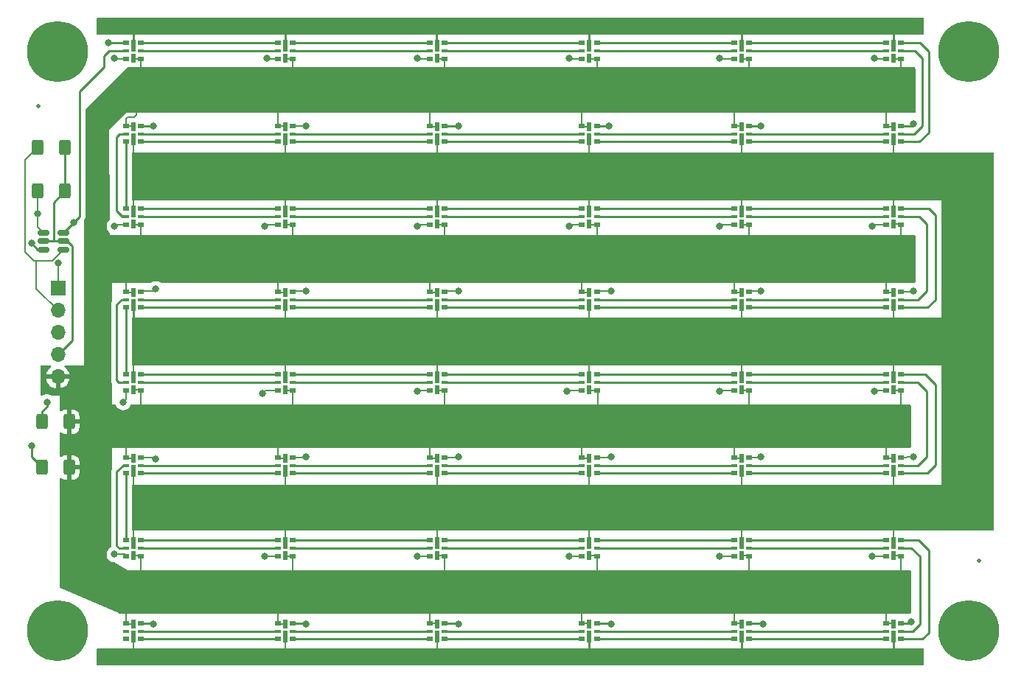
<source format=gbr>
%TF.GenerationSoftware,KiCad,Pcbnew,(6.0.7)*%
%TF.CreationDate,2022-11-11T00:25:45-08:00*%
%TF.ProjectId,LED_Board_s_,4c45445f-426f-4617-9264-5f735f2e6b69,rev?*%
%TF.SameCoordinates,Original*%
%TF.FileFunction,Copper,L1,Top*%
%TF.FilePolarity,Positive*%
%FSLAX46Y46*%
G04 Gerber Fmt 4.6, Leading zero omitted, Abs format (unit mm)*
G04 Created by KiCad (PCBNEW (6.0.7)) date 2022-11-11 00:25:45*
%MOMM*%
%LPD*%
G01*
G04 APERTURE LIST*
G04 Aperture macros list*
%AMRoundRect*
0 Rectangle with rounded corners*
0 $1 Rounding radius*
0 $2 $3 $4 $5 $6 $7 $8 $9 X,Y pos of 4 corners*
0 Add a 4 corners polygon primitive as box body*
4,1,4,$2,$3,$4,$5,$6,$7,$8,$9,$2,$3,0*
0 Add four circle primitives for the rounded corners*
1,1,$1+$1,$2,$3*
1,1,$1+$1,$4,$5*
1,1,$1+$1,$6,$7*
1,1,$1+$1,$8,$9*
0 Add four rect primitives between the rounded corners*
20,1,$1+$1,$2,$3,$4,$5,0*
20,1,$1+$1,$4,$5,$6,$7,0*
20,1,$1+$1,$6,$7,$8,$9,0*
20,1,$1+$1,$8,$9,$2,$3,0*%
G04 Aperture macros list end*
%TA.AperFunction,SMDPad,CuDef*%
%ADD10R,0.800000X0.500000*%
%TD*%
%TA.AperFunction,SMDPad,CuDef*%
%ADD11R,0.500000X1.000000*%
%TD*%
%TA.AperFunction,SMDPad,CuDef*%
%ADD12R,0.800000X0.300000*%
%TD*%
%TA.AperFunction,SMDPad,CuDef*%
%ADD13R,0.500000X1.480000*%
%TD*%
%TA.AperFunction,SMDPad,CuDef*%
%ADD14RoundRect,0.250000X-0.400000X-0.625000X0.400000X-0.625000X0.400000X0.625000X-0.400000X0.625000X0*%
%TD*%
%TA.AperFunction,SMDPad,CuDef*%
%ADD15C,0.500000*%
%TD*%
%TA.AperFunction,ComponentPad*%
%ADD16C,0.800000*%
%TD*%
%TA.AperFunction,ComponentPad*%
%ADD17C,7.000000*%
%TD*%
%TA.AperFunction,SMDPad,CuDef*%
%ADD18RoundRect,0.150000X-0.512500X-0.150000X0.512500X-0.150000X0.512500X0.150000X-0.512500X0.150000X0*%
%TD*%
%TA.AperFunction,ComponentPad*%
%ADD19R,1.700000X1.700000*%
%TD*%
%TA.AperFunction,ComponentPad*%
%ADD20O,1.700000X1.700000*%
%TD*%
%TA.AperFunction,ViaPad*%
%ADD21C,0.800000*%
%TD*%
%TA.AperFunction,Conductor*%
%ADD22C,0.200000*%
%TD*%
%TA.AperFunction,Conductor*%
%ADD23C,0.500000*%
%TD*%
%TA.AperFunction,Conductor*%
%ADD24C,0.250000*%
%TD*%
G04 APERTURE END LIST*
D10*
%TO.P,D32,1,VDD*%
%TO.N,+5VD*%
X237147893Y-147360393D03*
D11*
X237997893Y-147430393D03*
D12*
%TO.P,D32,2,CKO*%
%TO.N,Net-(D32-Pad2)*%
X237147893Y-148260393D03*
D10*
%TO.P,D32,3,SDO*%
%TO.N,Net-(D32-Pad3)*%
X237147893Y-149160393D03*
%TO.P,D32,4,SDI*%
%TO.N,Net-(D31-Pad3)*%
X238847893Y-149160393D03*
D12*
%TO.P,D32,5,CKI*%
%TO.N,Net-(D31-Pad2)*%
X238847893Y-148260393D03*
D13*
%TO.P,D32,6,GND*%
%TO.N,GND*%
X237997893Y-148850393D03*
D10*
X238847893Y-147360393D03*
%TD*%
D14*
%TO.P,R2,1*%
%TO.N,/CKI_M*%
X157700000Y-143250000D03*
%TO.P,R2,2*%
%TO.N,+5VD*%
X160800000Y-143250000D03*
%TD*%
D11*
%TO.P,D44,1,VDD*%
%TO.N,+5VD*%
X237997893Y-166480393D03*
D10*
X237147893Y-166410393D03*
D12*
%TO.P,D44,2,CKO*%
%TO.N,Net-(D44-Pad2)*%
X237147893Y-167310393D03*
D10*
%TO.P,D44,3,SDO*%
%TO.N,Net-(D44-Pad3)*%
X237147893Y-168210393D03*
%TO.P,D44,4,SDI*%
%TO.N,Net-(D43-Pad3)*%
X238847893Y-168210393D03*
D12*
%TO.P,D44,5,CKI*%
%TO.N,Net-(D43-Pad2)*%
X238847893Y-167310393D03*
D10*
%TO.P,D44,6,GND*%
%TO.N,GND*%
X238847893Y-166410393D03*
D13*
X237997893Y-167900393D03*
%TD*%
D11*
%TO.P,D15,1,VDD*%
%TO.N,+5VD*%
X203077893Y-120515393D03*
D10*
X203927893Y-120585393D03*
D12*
%TO.P,D15,2,CKO*%
%TO.N,Net-(D15-Pad2)*%
X203927893Y-119685393D03*
D10*
%TO.P,D15,3,SDO*%
%TO.N,Net-(D15-Pad3)*%
X203927893Y-118785393D03*
%TO.P,D15,4,SDI*%
%TO.N,Net-(D14-Pad3)*%
X202227893Y-118785393D03*
D12*
%TO.P,D15,5,CKI*%
%TO.N,Net-(D14-Pad2)*%
X202227893Y-119685393D03*
D10*
%TO.P,D15,6,GND*%
%TO.N,GND*%
X202227893Y-120585393D03*
D13*
X203077893Y-119095393D03*
%TD*%
D14*
%TO.P,R4,1*%
%TO.N,/SDI_M*%
X157700000Y-148500000D03*
%TO.P,R4,2*%
%TO.N,+5VD*%
X160800000Y-148500000D03*
%TD*%
D10*
%TO.P,D10,1,VDD*%
%TO.N,+5VD*%
X202227893Y-109260393D03*
D11*
X203077893Y-109330393D03*
D12*
%TO.P,D10,2,CKO*%
%TO.N,Net-(D10-Pad2)*%
X202227893Y-110160393D03*
D10*
%TO.P,D10,3,SDO*%
%TO.N,Net-(D10-Pad3)*%
X202227893Y-111060393D03*
%TO.P,D10,4,SDI*%
%TO.N,Net-(D10-Pad4)*%
X203927893Y-111060393D03*
D12*
%TO.P,D10,5,CKI*%
%TO.N,Net-(D10-Pad5)*%
X203927893Y-110160393D03*
D13*
%TO.P,D10,6,GND*%
%TO.N,GND*%
X203077893Y-110750393D03*
D10*
X203927893Y-109260393D03*
%TD*%
%TO.P,D13,1,VDD*%
%TO.N,+5VD*%
X169007893Y-120585393D03*
D11*
X168157893Y-120515393D03*
D12*
%TO.P,D13,2,CKO*%
%TO.N,Net-(D13-Pad2)*%
X169007893Y-119685393D03*
D10*
%TO.P,D13,3,SDO*%
%TO.N,Net-(D13-Pad3)*%
X169007893Y-118785393D03*
%TO.P,D13,4,SDI*%
%TO.N,Net-(D12-Pad3)*%
X167307893Y-118785393D03*
D12*
%TO.P,D13,5,CKI*%
%TO.N,Net-(D12-Pad2)*%
X167307893Y-119685393D03*
D10*
%TO.P,D13,6,GND*%
%TO.N,GND*%
X167307893Y-120585393D03*
D13*
X168157893Y-119095393D03*
%TD*%
D11*
%TO.P,D33,1,VDD*%
%TO.N,+5VD*%
X220537893Y-147430393D03*
D10*
X219687893Y-147360393D03*
D12*
%TO.P,D33,2,CKO*%
%TO.N,Net-(D33-Pad2)*%
X219687893Y-148260393D03*
D10*
%TO.P,D33,3,SDO*%
%TO.N,Net-(D33-Pad3)*%
X219687893Y-149160393D03*
%TO.P,D33,4,SDI*%
%TO.N,Net-(D32-Pad3)*%
X221387893Y-149160393D03*
D12*
%TO.P,D33,5,CKI*%
%TO.N,Net-(D32-Pad2)*%
X221387893Y-148260393D03*
D13*
%TO.P,D33,6,GND*%
%TO.N,GND*%
X220537893Y-148850393D03*
D10*
X221387893Y-147360393D03*
%TD*%
D11*
%TO.P,D20,1,VDD*%
%TO.N,+5VD*%
X237997893Y-128380393D03*
D10*
X237147893Y-128310393D03*
D12*
%TO.P,D20,2,CKO*%
%TO.N,Net-(D20-Pad2)*%
X237147893Y-129210393D03*
D10*
%TO.P,D20,3,SDO*%
%TO.N,Net-(D20-Pad3)*%
X237147893Y-130110393D03*
%TO.P,D20,4,SDI*%
%TO.N,Net-(D19-Pad3)*%
X238847893Y-130110393D03*
D12*
%TO.P,D20,5,CKI*%
%TO.N,Net-(D19-Pad2)*%
X238847893Y-129210393D03*
D10*
%TO.P,D20,6,GND*%
%TO.N,GND*%
X238847893Y-128310393D03*
D13*
X237997893Y-129800393D03*
%TD*%
D10*
%TO.P,D48,1,VDD*%
%TO.N,+5VD*%
X167307893Y-166410393D03*
D11*
X168157893Y-166480393D03*
D12*
%TO.P,D48,2,CKO*%
%TO.N,unconnected-(D48-Pad2)*%
X167307893Y-167310393D03*
D10*
%TO.P,D48,3,SDO*%
%TO.N,unconnected-(D48-Pad3)*%
X167307893Y-168210393D03*
%TO.P,D48,4,SDI*%
%TO.N,Net-(D47-Pad3)*%
X169007893Y-168210393D03*
D12*
%TO.P,D48,5,CKI*%
%TO.N,Net-(D47-Pad2)*%
X169007893Y-167310393D03*
D13*
%TO.P,D48,6,GND*%
%TO.N,GND*%
X168157893Y-167900393D03*
D10*
X169007893Y-166410393D03*
%TD*%
D15*
%TO.P,FID2,*%
%TO.N,*%
X265250000Y-159250000D03*
%TD*%
D10*
%TO.P,D17,1,VDD*%
%TO.N,+5VD*%
X238847893Y-120585393D03*
D11*
X237997893Y-120515393D03*
D12*
%TO.P,D17,2,CKO*%
%TO.N,Net-(D17-Pad2)*%
X238847893Y-119685393D03*
D10*
%TO.P,D17,3,SDO*%
%TO.N,Net-(D17-Pad3)*%
X238847893Y-118785393D03*
%TO.P,D17,4,SDI*%
%TO.N,Net-(D16-Pad3)*%
X237147893Y-118785393D03*
D12*
%TO.P,D17,5,CKI*%
%TO.N,Net-(D16-Pad2)*%
X237147893Y-119685393D03*
D13*
%TO.P,D17,6,GND*%
%TO.N,GND*%
X237997893Y-119095393D03*
D10*
X237147893Y-120585393D03*
%TD*%
%TO.P,D46,1,VDD*%
%TO.N,+5VD*%
X202227893Y-166410393D03*
D11*
X203077893Y-166480393D03*
D12*
%TO.P,D46,2,CKO*%
%TO.N,Net-(D46-Pad2)*%
X202227893Y-167310393D03*
D10*
%TO.P,D46,3,SDO*%
%TO.N,Net-(D46-Pad3)*%
X202227893Y-168210393D03*
%TO.P,D46,4,SDI*%
%TO.N,Net-(D45-Pad3)*%
X203927893Y-168210393D03*
D12*
%TO.P,D46,5,CKI*%
%TO.N,Net-(D45-Pad2)*%
X203927893Y-167310393D03*
D13*
%TO.P,D46,6,GND*%
%TO.N,GND*%
X203077893Y-167900393D03*
D10*
X203927893Y-166410393D03*
%TD*%
%TO.P,D43,1,VDD*%
%TO.N,+5VD*%
X254607893Y-166410393D03*
D11*
X255457893Y-166480393D03*
D12*
%TO.P,D43,2,CKO*%
%TO.N,Net-(D43-Pad2)*%
X254607893Y-167310393D03*
D10*
%TO.P,D43,3,SDO*%
%TO.N,Net-(D43-Pad3)*%
X254607893Y-168210393D03*
%TO.P,D43,4,SDI*%
%TO.N,Net-(D42-Pad3)*%
X256307893Y-168210393D03*
D12*
%TO.P,D43,5,CKI*%
%TO.N,Net-(D42-Pad2)*%
X256307893Y-167310393D03*
D13*
%TO.P,D43,6,GND*%
%TO.N,GND*%
X255457893Y-167900393D03*
D10*
X256307893Y-166410393D03*
%TD*%
%TO.P,D11,1,VDD*%
%TO.N,+5VD*%
X184767893Y-109260393D03*
D11*
X185617893Y-109330393D03*
D12*
%TO.P,D11,2,CKO*%
%TO.N,Net-(D11-Pad2)*%
X184767893Y-110160393D03*
D10*
%TO.P,D11,3,SDO*%
%TO.N,Net-(D11-Pad3)*%
X184767893Y-111060393D03*
%TO.P,D11,4,SDI*%
%TO.N,Net-(D10-Pad3)*%
X186467893Y-111060393D03*
D12*
%TO.P,D11,5,CKI*%
%TO.N,Net-(D10-Pad2)*%
X186467893Y-110160393D03*
D10*
%TO.P,D11,6,GND*%
%TO.N,GND*%
X186467893Y-109260393D03*
D13*
X185617893Y-110750393D03*
%TD*%
D11*
%TO.P,D40,1,VDD*%
%TO.N,+5VD*%
X220537893Y-158615393D03*
D10*
X221387893Y-158685393D03*
D12*
%TO.P,D40,2,CKO*%
%TO.N,Net-(D40-Pad2)*%
X221387893Y-157785393D03*
D10*
%TO.P,D40,3,SDO*%
%TO.N,Net-(D40-Pad3)*%
X221387893Y-156885393D03*
%TO.P,D40,4,SDI*%
%TO.N,Net-(D39-Pad3)*%
X219687893Y-156885393D03*
D12*
%TO.P,D40,5,CKI*%
%TO.N,Net-(D39-Pad2)*%
X219687893Y-157785393D03*
D10*
%TO.P,D40,6,GND*%
%TO.N,GND*%
X219687893Y-158685393D03*
D13*
X220537893Y-157195393D03*
%TD*%
D10*
%TO.P,D39,1,VDD*%
%TO.N,+5VD*%
X203927893Y-158685393D03*
D11*
X203077893Y-158615393D03*
D12*
%TO.P,D39,2,CKO*%
%TO.N,Net-(D39-Pad2)*%
X203927893Y-157785393D03*
D10*
%TO.P,D39,3,SDO*%
%TO.N,Net-(D39-Pad3)*%
X203927893Y-156885393D03*
%TO.P,D39,4,SDI*%
%TO.N,Net-(D38-Pad3)*%
X202227893Y-156885393D03*
D12*
%TO.P,D39,5,CKI*%
%TO.N,Net-(D38-Pad2)*%
X202227893Y-157785393D03*
D13*
%TO.P,D39,6,GND*%
%TO.N,GND*%
X203077893Y-157195393D03*
D10*
X202227893Y-158685393D03*
%TD*%
%TO.P,D34,1,VDD*%
%TO.N,+5VD*%
X202227893Y-147360393D03*
D11*
X203077893Y-147430393D03*
D12*
%TO.P,D34,2,CKO*%
%TO.N,Net-(D34-Pad2)*%
X202227893Y-148260393D03*
D10*
%TO.P,D34,3,SDO*%
%TO.N,Net-(D34-Pad3)*%
X202227893Y-149160393D03*
%TO.P,D34,4,SDI*%
%TO.N,Net-(D33-Pad3)*%
X203927893Y-149160393D03*
D12*
%TO.P,D34,5,CKI*%
%TO.N,Net-(D33-Pad2)*%
X203927893Y-148260393D03*
D13*
%TO.P,D34,6,GND*%
%TO.N,GND*%
X203077893Y-148850393D03*
D10*
X203927893Y-147360393D03*
%TD*%
D11*
%TO.P,D31,1,VDD*%
%TO.N,+5VD*%
X255457893Y-147430393D03*
D10*
X254607893Y-147360393D03*
D12*
%TO.P,D31,2,CKO*%
%TO.N,Net-(D31-Pad2)*%
X254607893Y-148260393D03*
D10*
%TO.P,D31,3,SDO*%
%TO.N,Net-(D31-Pad3)*%
X254607893Y-149160393D03*
%TO.P,D31,4,SDI*%
%TO.N,Net-(D30-Pad3)*%
X256307893Y-149160393D03*
D12*
%TO.P,D31,5,CKI*%
%TO.N,Net-(D30-Pad2)*%
X256307893Y-148260393D03*
D10*
%TO.P,D31,6,GND*%
%TO.N,GND*%
X256307893Y-147360393D03*
D13*
X255457893Y-148850393D03*
%TD*%
D11*
%TO.P,D21,1,VDD*%
%TO.N,+5VD*%
X220537893Y-128380393D03*
D10*
X219687893Y-128310393D03*
D12*
%TO.P,D21,2,CKO*%
%TO.N,Net-(D21-Pad2)*%
X219687893Y-129210393D03*
D10*
%TO.P,D21,3,SDO*%
%TO.N,Net-(D21-Pad3)*%
X219687893Y-130110393D03*
%TO.P,D21,4,SDI*%
%TO.N,Net-(D20-Pad3)*%
X221387893Y-130110393D03*
D12*
%TO.P,D21,5,CKI*%
%TO.N,Net-(D20-Pad2)*%
X221387893Y-129210393D03*
D10*
%TO.P,D21,6,GND*%
%TO.N,GND*%
X221387893Y-128310393D03*
D13*
X220537893Y-129800393D03*
%TD*%
D11*
%TO.P,D16,1,VDD*%
%TO.N,+5VD*%
X220537893Y-120515393D03*
D10*
X221387893Y-120585393D03*
D12*
%TO.P,D16,2,CKO*%
%TO.N,Net-(D16-Pad2)*%
X221387893Y-119685393D03*
D10*
%TO.P,D16,3,SDO*%
%TO.N,Net-(D16-Pad3)*%
X221387893Y-118785393D03*
%TO.P,D16,4,SDI*%
%TO.N,Net-(D15-Pad3)*%
X219687893Y-118785393D03*
D12*
%TO.P,D16,5,CKI*%
%TO.N,Net-(D15-Pad2)*%
X219687893Y-119685393D03*
D13*
%TO.P,D16,6,GND*%
%TO.N,GND*%
X220537893Y-119095393D03*
D10*
X219687893Y-120585393D03*
%TD*%
D16*
%TO.P,H2,1,1*%
%TO.N,GND*%
X159482893Y-169872893D03*
X159482893Y-164622893D03*
X156857893Y-167247893D03*
D17*
X159482893Y-167247893D03*
D16*
X161339048Y-169104048D03*
X157626738Y-165391738D03*
X157626738Y-169104048D03*
X161339048Y-165391738D03*
X162107893Y-167247893D03*
%TD*%
D11*
%TO.P,D25,1,VDD*%
%TO.N,+5VD*%
X168157893Y-139565393D03*
D10*
X169007893Y-139635393D03*
D12*
%TO.P,D25,2,CKO*%
%TO.N,Net-(D25-Pad2)*%
X169007893Y-138735393D03*
D10*
%TO.P,D25,3,SDO*%
%TO.N,Net-(D25-Pad3)*%
X169007893Y-137835393D03*
%TO.P,D25,4,SDI*%
%TO.N,Net-(D24-Pad3)*%
X167307893Y-137835393D03*
D12*
%TO.P,D25,5,CKI*%
%TO.N,Net-(D24-Pad2)*%
X167307893Y-138735393D03*
D13*
%TO.P,D25,6,GND*%
%TO.N,GND*%
X168157893Y-138145393D03*
D10*
X167307893Y-139635393D03*
%TD*%
%TO.P,D4,1,VDD*%
%TO.N,+5VD*%
X221387893Y-101535393D03*
D11*
X220537893Y-101465393D03*
D12*
%TO.P,D4,2,CKO*%
%TO.N,Net-(D4-Pad2)*%
X221387893Y-100635393D03*
D10*
%TO.P,D4,3,SDO*%
%TO.N,Net-(D4-Pad3)*%
X221387893Y-99735393D03*
%TO.P,D4,4,SDI*%
%TO.N,Net-(D3-Pad3)*%
X219687893Y-99735393D03*
D12*
%TO.P,D4,5,CKI*%
%TO.N,Net-(D3-Pad2)*%
X219687893Y-100635393D03*
D10*
%TO.P,D4,6,GND*%
%TO.N,GND*%
X219687893Y-101535393D03*
D13*
X220537893Y-100045393D03*
%TD*%
D10*
%TO.P,D7,1,VDD*%
%TO.N,+5VD*%
X254607893Y-109260393D03*
D11*
X255457893Y-109330393D03*
D12*
%TO.P,D7,2,CKO*%
%TO.N,Net-(D7-Pad2)*%
X254607893Y-110160393D03*
D10*
%TO.P,D7,3,SDO*%
%TO.N,Net-(D7-Pad3)*%
X254607893Y-111060393D03*
%TO.P,D7,4,SDI*%
%TO.N,Net-(D6-Pad3)*%
X256307893Y-111060393D03*
D12*
%TO.P,D7,5,CKI*%
%TO.N,Net-(D6-Pad2)*%
X256307893Y-110160393D03*
D13*
%TO.P,D7,6,GND*%
%TO.N,GND*%
X255457893Y-110750393D03*
D10*
X256307893Y-109260393D03*
%TD*%
D14*
%TO.P,R3,1*%
%TO.N,/SDI*%
X157200000Y-111750000D03*
%TO.P,R3,2*%
%TO.N,VCC*%
X160300000Y-111750000D03*
%TD*%
D10*
%TO.P,D6,1,VDD*%
%TO.N,+5VD*%
X256307893Y-101535393D03*
D11*
X255457893Y-101465393D03*
D12*
%TO.P,D6,2,CKO*%
%TO.N,Net-(D6-Pad2)*%
X256307893Y-100635393D03*
D10*
%TO.P,D6,3,SDO*%
%TO.N,Net-(D6-Pad3)*%
X256307893Y-99735393D03*
%TO.P,D6,4,SDI*%
%TO.N,Net-(D5-Pad3)*%
X254607893Y-99735393D03*
D12*
%TO.P,D6,5,CKI*%
%TO.N,Net-(D5-Pad2)*%
X254607893Y-100635393D03*
D10*
%TO.P,D6,6,GND*%
%TO.N,GND*%
X254607893Y-101535393D03*
D13*
X255457893Y-100045393D03*
%TD*%
D10*
%TO.P,D1,1,VDD*%
%TO.N,+5VD*%
X169007893Y-101535393D03*
D11*
X168157893Y-101465393D03*
D12*
%TO.P,D1,2,CKO*%
%TO.N,Net-(D1-Pad2)*%
X169007893Y-100635393D03*
D10*
%TO.P,D1,3,SDO*%
%TO.N,Net-(D1-Pad3)*%
X169007893Y-99735393D03*
%TO.P,D1,4,SDI*%
%TO.N,/SDI_M*%
X167307893Y-99735393D03*
D12*
%TO.P,D1,5,CKI*%
%TO.N,/CKI_M*%
X167307893Y-100635393D03*
D13*
%TO.P,D1,6,GND*%
%TO.N,GND*%
X168157893Y-100045393D03*
D10*
X167307893Y-101535393D03*
%TD*%
%TO.P,D29,1,VDD*%
%TO.N,+5VD*%
X238847893Y-139635393D03*
D11*
X237997893Y-139565393D03*
D12*
%TO.P,D29,2,CKO*%
%TO.N,Net-(D29-Pad2)*%
X238847893Y-138735393D03*
D10*
%TO.P,D29,3,SDO*%
%TO.N,Net-(D29-Pad3)*%
X238847893Y-137835393D03*
%TO.P,D29,4,SDI*%
%TO.N,Net-(D28-Pad3)*%
X237147893Y-137835393D03*
D12*
%TO.P,D29,5,CKI*%
%TO.N,Net-(D28-Pad2)*%
X237147893Y-138735393D03*
D10*
%TO.P,D29,6,GND*%
%TO.N,GND*%
X237147893Y-139635393D03*
D13*
X237997893Y-138145393D03*
%TD*%
D10*
%TO.P,D35,1,VDD*%
%TO.N,+5VD*%
X184767893Y-147360393D03*
D11*
X185617893Y-147430393D03*
D12*
%TO.P,D35,2,CKO*%
%TO.N,Net-(D35-Pad2)*%
X184767893Y-148260393D03*
D10*
%TO.P,D35,3,SDO*%
%TO.N,Net-(D35-Pad3)*%
X184767893Y-149160393D03*
%TO.P,D35,4,SDI*%
%TO.N,Net-(D34-Pad3)*%
X186467893Y-149160393D03*
D12*
%TO.P,D35,5,CKI*%
%TO.N,Net-(D34-Pad2)*%
X186467893Y-148260393D03*
D10*
%TO.P,D35,6,GND*%
%TO.N,GND*%
X186467893Y-147360393D03*
D13*
X185617893Y-148850393D03*
%TD*%
D15*
%TO.P,FID1,*%
%TO.N,*%
X157250000Y-107000000D03*
%TD*%
D18*
%TO.P,Q1,1,S*%
%TO.N,/CKI*%
X157862500Y-121550000D03*
%TO.P,Q1,2,G*%
%TO.N,VCC*%
X157862500Y-122500000D03*
%TO.P,Q1,3,D*%
%TO.N,/SDI_M*%
X157862500Y-123450000D03*
%TO.P,Q1,4,S*%
%TO.N,/SDI*%
X160137500Y-123450000D03*
%TO.P,Q1,5,G*%
%TO.N,VCC*%
X160137500Y-122500000D03*
%TO.P,Q1,6,D*%
%TO.N,/CKI_M*%
X160137500Y-121550000D03*
%TD*%
D11*
%TO.P,D36,1,VDD*%
%TO.N,+5VD*%
X168157893Y-147430393D03*
D10*
X167307893Y-147360393D03*
D12*
%TO.P,D36,2,CKO*%
%TO.N,Net-(D36-Pad2)*%
X167307893Y-148260393D03*
D10*
%TO.P,D36,3,SDO*%
%TO.N,Net-(D36-Pad3)*%
X167307893Y-149160393D03*
%TO.P,D36,4,SDI*%
%TO.N,Net-(D35-Pad3)*%
X169007893Y-149160393D03*
D12*
%TO.P,D36,5,CKI*%
%TO.N,Net-(D35-Pad2)*%
X169007893Y-148260393D03*
D10*
%TO.P,D36,6,GND*%
%TO.N,GND*%
X169007893Y-147360393D03*
D13*
X168157893Y-148850393D03*
%TD*%
D10*
%TO.P,D26,1,VDD*%
%TO.N,+5VD*%
X186467893Y-139635393D03*
D11*
X185617893Y-139565393D03*
D12*
%TO.P,D26,2,CKO*%
%TO.N,Net-(D26-Pad2)*%
X186467893Y-138735393D03*
D10*
%TO.P,D26,3,SDO*%
%TO.N,Net-(D26-Pad3)*%
X186467893Y-137835393D03*
%TO.P,D26,4,SDI*%
%TO.N,Net-(D25-Pad3)*%
X184767893Y-137835393D03*
D12*
%TO.P,D26,5,CKI*%
%TO.N,Net-(D25-Pad2)*%
X184767893Y-138735393D03*
D13*
%TO.P,D26,6,GND*%
%TO.N,GND*%
X185617893Y-138145393D03*
D10*
X184767893Y-139635393D03*
%TD*%
%TO.P,D38,1,VDD*%
%TO.N,+5VD*%
X186467893Y-158685393D03*
D11*
X185617893Y-158615393D03*
D12*
%TO.P,D38,2,CKO*%
%TO.N,Net-(D38-Pad2)*%
X186467893Y-157785393D03*
D10*
%TO.P,D38,3,SDO*%
%TO.N,Net-(D38-Pad3)*%
X186467893Y-156885393D03*
%TO.P,D38,4,SDI*%
%TO.N,Net-(D37-Pad3)*%
X184767893Y-156885393D03*
D12*
%TO.P,D38,5,CKI*%
%TO.N,Net-(D37-Pad2)*%
X184767893Y-157785393D03*
D13*
%TO.P,D38,6,GND*%
%TO.N,GND*%
X185617893Y-157195393D03*
D10*
X184767893Y-158685393D03*
%TD*%
D11*
%TO.P,D23,1,VDD*%
%TO.N,+5VD*%
X185617893Y-128380393D03*
D10*
X184767893Y-128310393D03*
D12*
%TO.P,D23,2,CKO*%
%TO.N,Net-(D23-Pad2)*%
X184767893Y-129210393D03*
D10*
%TO.P,D23,3,SDO*%
%TO.N,Net-(D23-Pad3)*%
X184767893Y-130110393D03*
%TO.P,D23,4,SDI*%
%TO.N,Net-(D22-Pad3)*%
X186467893Y-130110393D03*
D12*
%TO.P,D23,5,CKI*%
%TO.N,Net-(D22-Pad2)*%
X186467893Y-129210393D03*
D10*
%TO.P,D23,6,GND*%
%TO.N,GND*%
X186467893Y-128310393D03*
D13*
X185617893Y-129800393D03*
%TD*%
D10*
%TO.P,D8,1,VDD*%
%TO.N,+5VD*%
X237147893Y-109260393D03*
D11*
X237997893Y-109330393D03*
D12*
%TO.P,D8,2,CKO*%
%TO.N,Net-(D8-Pad2)*%
X237147893Y-110160393D03*
D10*
%TO.P,D8,3,SDO*%
%TO.N,Net-(D8-Pad3)*%
X237147893Y-111060393D03*
%TO.P,D8,4,SDI*%
%TO.N,Net-(D7-Pad3)*%
X238847893Y-111060393D03*
D12*
%TO.P,D8,5,CKI*%
%TO.N,Net-(D7-Pad2)*%
X238847893Y-110160393D03*
D10*
%TO.P,D8,6,GND*%
%TO.N,GND*%
X238847893Y-109260393D03*
D13*
X237997893Y-110750393D03*
%TD*%
D10*
%TO.P,D30,1,VDD*%
%TO.N,+5VD*%
X256307893Y-139635393D03*
D11*
X255457893Y-139565393D03*
D12*
%TO.P,D30,2,CKO*%
%TO.N,Net-(D30-Pad2)*%
X256307893Y-138735393D03*
D10*
%TO.P,D30,3,SDO*%
%TO.N,Net-(D30-Pad3)*%
X256307893Y-137835393D03*
%TO.P,D30,4,SDI*%
%TO.N,Net-(D29-Pad3)*%
X254607893Y-137835393D03*
D12*
%TO.P,D30,5,CKI*%
%TO.N,Net-(D29-Pad2)*%
X254607893Y-138735393D03*
D10*
%TO.P,D30,6,GND*%
%TO.N,GND*%
X254607893Y-139635393D03*
D13*
X255457893Y-138145393D03*
%TD*%
D10*
%TO.P,D18,1,VDD*%
%TO.N,+5VD*%
X256307893Y-120585393D03*
D11*
X255457893Y-120515393D03*
D12*
%TO.P,D18,2,CKO*%
%TO.N,Net-(D18-Pad2)*%
X256307893Y-119685393D03*
D10*
%TO.P,D18,3,SDO*%
%TO.N,Net-(D18-Pad3)*%
X256307893Y-118785393D03*
%TO.P,D18,4,SDI*%
%TO.N,Net-(D17-Pad3)*%
X254607893Y-118785393D03*
D12*
%TO.P,D18,5,CKI*%
%TO.N,Net-(D17-Pad2)*%
X254607893Y-119685393D03*
D13*
%TO.P,D18,6,GND*%
%TO.N,GND*%
X255457893Y-119095393D03*
D10*
X254607893Y-120585393D03*
%TD*%
D11*
%TO.P,D2,1,VDD*%
%TO.N,+5VD*%
X185617893Y-101465393D03*
D10*
X186467893Y-101535393D03*
D12*
%TO.P,D2,2,CKO*%
%TO.N,Net-(D2-Pad2)*%
X186467893Y-100635393D03*
D10*
%TO.P,D2,3,SDO*%
%TO.N,Net-(D2-Pad3)*%
X186467893Y-99735393D03*
%TO.P,D2,4,SDI*%
%TO.N,Net-(D1-Pad3)*%
X184767893Y-99735393D03*
D12*
%TO.P,D2,5,CKI*%
%TO.N,Net-(D1-Pad2)*%
X184767893Y-100635393D03*
D10*
%TO.P,D2,6,GND*%
%TO.N,GND*%
X184767893Y-101535393D03*
D13*
X185617893Y-100045393D03*
%TD*%
D11*
%TO.P,D19,1,VDD*%
%TO.N,+5VD*%
X255457893Y-128380393D03*
D10*
X254607893Y-128310393D03*
D12*
%TO.P,D19,2,CKO*%
%TO.N,Net-(D19-Pad2)*%
X254607893Y-129210393D03*
D10*
%TO.P,D19,3,SDO*%
%TO.N,Net-(D19-Pad3)*%
X254607893Y-130110393D03*
%TO.P,D19,4,SDI*%
%TO.N,Net-(D18-Pad3)*%
X256307893Y-130110393D03*
D12*
%TO.P,D19,5,CKI*%
%TO.N,Net-(D18-Pad2)*%
X256307893Y-129210393D03*
D10*
%TO.P,D19,6,GND*%
%TO.N,GND*%
X256307893Y-128310393D03*
D13*
X255457893Y-129800393D03*
%TD*%
D17*
%TO.P,H3,1*%
%TO.N,N/C*%
X264132893Y-100697893D03*
%TD*%
D10*
%TO.P,D28,1,VDD*%
%TO.N,+5VD*%
X221387893Y-139635393D03*
D11*
X220537893Y-139565393D03*
D12*
%TO.P,D28,2,CKO*%
%TO.N,Net-(D28-Pad2)*%
X221387893Y-138735393D03*
D10*
%TO.P,D28,3,SDO*%
%TO.N,Net-(D28-Pad3)*%
X221387893Y-137835393D03*
%TO.P,D28,4,SDI*%
%TO.N,Net-(D27-Pad3)*%
X219687893Y-137835393D03*
D12*
%TO.P,D28,5,CKI*%
%TO.N,Net-(D27-Pad2)*%
X219687893Y-138735393D03*
D10*
%TO.P,D28,6,GND*%
%TO.N,GND*%
X219687893Y-139635393D03*
D13*
X220537893Y-138145393D03*
%TD*%
D11*
%TO.P,D12,1,VDD*%
%TO.N,+5VD*%
X168157893Y-109330393D03*
D10*
X167307893Y-109260393D03*
D12*
%TO.P,D12,2,CKO*%
%TO.N,Net-(D12-Pad2)*%
X167307893Y-110160393D03*
D10*
%TO.P,D12,3,SDO*%
%TO.N,Net-(D12-Pad3)*%
X167307893Y-111060393D03*
%TO.P,D12,4,SDI*%
%TO.N,Net-(D11-Pad3)*%
X169007893Y-111060393D03*
D12*
%TO.P,D12,5,CKI*%
%TO.N,Net-(D11-Pad2)*%
X169007893Y-110160393D03*
D13*
%TO.P,D12,6,GND*%
%TO.N,GND*%
X168157893Y-110750393D03*
D10*
X169007893Y-109260393D03*
%TD*%
%TO.P,D27,1,VDD*%
%TO.N,+5VD*%
X203927893Y-139635393D03*
D11*
X203077893Y-139565393D03*
D12*
%TO.P,D27,2,CKO*%
%TO.N,Net-(D27-Pad2)*%
X203927893Y-138735393D03*
D10*
%TO.P,D27,3,SDO*%
%TO.N,Net-(D27-Pad3)*%
X203927893Y-137835393D03*
%TO.P,D27,4,SDI*%
%TO.N,Net-(D26-Pad3)*%
X202227893Y-137835393D03*
D12*
%TO.P,D27,5,CKI*%
%TO.N,Net-(D26-Pad2)*%
X202227893Y-138735393D03*
D10*
%TO.P,D27,6,GND*%
%TO.N,GND*%
X202227893Y-139635393D03*
D13*
X203077893Y-138145393D03*
%TD*%
D10*
%TO.P,D45,1,VDD*%
%TO.N,+5VD*%
X219687893Y-166410393D03*
D11*
X220537893Y-166480393D03*
D12*
%TO.P,D45,2,CKO*%
%TO.N,Net-(D45-Pad2)*%
X219687893Y-167310393D03*
D10*
%TO.P,D45,3,SDO*%
%TO.N,Net-(D45-Pad3)*%
X219687893Y-168210393D03*
%TO.P,D45,4,SDI*%
%TO.N,Net-(D44-Pad3)*%
X221387893Y-168210393D03*
D12*
%TO.P,D45,5,CKI*%
%TO.N,Net-(D44-Pad2)*%
X221387893Y-167310393D03*
D10*
%TO.P,D45,6,GND*%
%TO.N,GND*%
X221387893Y-166410393D03*
D13*
X220537893Y-167900393D03*
%TD*%
D14*
%TO.P,R1,1*%
%TO.N,/CKI*%
X157200000Y-116750000D03*
%TO.P,R1,2*%
%TO.N,VCC*%
X160300000Y-116750000D03*
%TD*%
D10*
%TO.P,D14,1,VDD*%
%TO.N,+5VD*%
X186467893Y-120585393D03*
D11*
X185617893Y-120515393D03*
D12*
%TO.P,D14,2,CKO*%
%TO.N,Net-(D14-Pad2)*%
X186467893Y-119685393D03*
D10*
%TO.P,D14,3,SDO*%
%TO.N,Net-(D14-Pad3)*%
X186467893Y-118785393D03*
%TO.P,D14,4,SDI*%
%TO.N,Net-(D13-Pad3)*%
X184767893Y-118785393D03*
D12*
%TO.P,D14,5,CKI*%
%TO.N,Net-(D13-Pad2)*%
X184767893Y-119685393D03*
D13*
%TO.P,D14,6,GND*%
%TO.N,GND*%
X185617893Y-119095393D03*
D10*
X184767893Y-120585393D03*
%TD*%
%TO.P,D41,1,VDD*%
%TO.N,+5VD*%
X238847893Y-158685393D03*
D11*
X237997893Y-158615393D03*
D12*
%TO.P,D41,2,CKO*%
%TO.N,Net-(D41-Pad2)*%
X238847893Y-157785393D03*
D10*
%TO.P,D41,3,SDO*%
%TO.N,Net-(D41-Pad3)*%
X238847893Y-156885393D03*
%TO.P,D41,4,SDI*%
%TO.N,Net-(D40-Pad3)*%
X237147893Y-156885393D03*
D12*
%TO.P,D41,5,CKI*%
%TO.N,Net-(D40-Pad2)*%
X237147893Y-157785393D03*
D10*
%TO.P,D41,6,GND*%
%TO.N,GND*%
X237147893Y-158685393D03*
D13*
X237997893Y-157195393D03*
%TD*%
D10*
%TO.P,D47,1,VDD*%
%TO.N,+5VD*%
X184767893Y-166410393D03*
D11*
X185617893Y-166480393D03*
D12*
%TO.P,D47,2,CKO*%
%TO.N,Net-(D47-Pad2)*%
X184767893Y-167310393D03*
D10*
%TO.P,D47,3,SDO*%
%TO.N,Net-(D47-Pad3)*%
X184767893Y-168210393D03*
%TO.P,D47,4,SDI*%
%TO.N,Net-(D46-Pad3)*%
X186467893Y-168210393D03*
D12*
%TO.P,D47,5,CKI*%
%TO.N,Net-(D46-Pad2)*%
X186467893Y-167310393D03*
D13*
%TO.P,D47,6,GND*%
%TO.N,GND*%
X185617893Y-167900393D03*
D10*
X186467893Y-166410393D03*
%TD*%
%TO.P,D24,1,VDD*%
%TO.N,+5VD*%
X167307893Y-128310393D03*
D11*
X168157893Y-128380393D03*
D12*
%TO.P,D24,2,CKO*%
%TO.N,Net-(D24-Pad2)*%
X167307893Y-129210393D03*
D10*
%TO.P,D24,3,SDO*%
%TO.N,Net-(D24-Pad3)*%
X167307893Y-130110393D03*
%TO.P,D24,4,SDI*%
%TO.N,Net-(D23-Pad3)*%
X169007893Y-130110393D03*
D12*
%TO.P,D24,5,CKI*%
%TO.N,Net-(D23-Pad2)*%
X169007893Y-129210393D03*
D10*
%TO.P,D24,6,GND*%
%TO.N,GND*%
X169007893Y-128310393D03*
D13*
X168157893Y-129800393D03*
%TD*%
D11*
%TO.P,D42,1,VDD*%
%TO.N,+5VD*%
X255457893Y-158615393D03*
D10*
X256307893Y-158685393D03*
D12*
%TO.P,D42,2,CKO*%
%TO.N,Net-(D42-Pad2)*%
X256307893Y-157785393D03*
D10*
%TO.P,D42,3,SDO*%
%TO.N,Net-(D42-Pad3)*%
X256307893Y-156885393D03*
%TO.P,D42,4,SDI*%
%TO.N,Net-(D41-Pad3)*%
X254607893Y-156885393D03*
D12*
%TO.P,D42,5,CKI*%
%TO.N,Net-(D41-Pad2)*%
X254607893Y-157785393D03*
D10*
%TO.P,D42,6,GND*%
%TO.N,GND*%
X254607893Y-158685393D03*
D13*
X255457893Y-157195393D03*
%TD*%
D11*
%TO.P,D37,1,VDD*%
%TO.N,+5VD*%
X168157893Y-158615393D03*
D10*
X169007893Y-158685393D03*
D12*
%TO.P,D37,2,CKO*%
%TO.N,Net-(D37-Pad2)*%
X169007893Y-157785393D03*
D10*
%TO.P,D37,3,SDO*%
%TO.N,Net-(D37-Pad3)*%
X169007893Y-156885393D03*
%TO.P,D37,4,SDI*%
%TO.N,Net-(D36-Pad3)*%
X167307893Y-156885393D03*
D12*
%TO.P,D37,5,CKI*%
%TO.N,Net-(D36-Pad2)*%
X167307893Y-157785393D03*
D10*
%TO.P,D37,6,GND*%
%TO.N,GND*%
X167307893Y-158685393D03*
D13*
X168157893Y-157195393D03*
%TD*%
D17*
%TO.P,H4,1*%
%TO.N,N/C*%
X264132893Y-167247893D03*
%TD*%
D10*
%TO.P,D9,1,VDD*%
%TO.N,+5VD*%
X219687893Y-109260393D03*
D11*
X220537893Y-109330393D03*
D12*
%TO.P,D9,2,CKO*%
%TO.N,Net-(D10-Pad5)*%
X219687893Y-110160393D03*
D10*
%TO.P,D9,3,SDO*%
%TO.N,Net-(D10-Pad4)*%
X219687893Y-111060393D03*
%TO.P,D9,4,SDI*%
%TO.N,Net-(D8-Pad3)*%
X221387893Y-111060393D03*
D12*
%TO.P,D9,5,CKI*%
%TO.N,Net-(D8-Pad2)*%
X221387893Y-110160393D03*
D10*
%TO.P,D9,6,GND*%
%TO.N,GND*%
X221387893Y-109260393D03*
D13*
X220537893Y-110750393D03*
%TD*%
D11*
%TO.P,D22,1,VDD*%
%TO.N,+5VD*%
X203077893Y-128380393D03*
D10*
X202227893Y-128310393D03*
D12*
%TO.P,D22,2,CKO*%
%TO.N,Net-(D22-Pad2)*%
X202227893Y-129210393D03*
D10*
%TO.P,D22,3,SDO*%
%TO.N,Net-(D22-Pad3)*%
X202227893Y-130110393D03*
%TO.P,D22,4,SDI*%
%TO.N,Net-(D21-Pad3)*%
X203927893Y-130110393D03*
D12*
%TO.P,D22,5,CKI*%
%TO.N,Net-(D21-Pad2)*%
X203927893Y-129210393D03*
D10*
%TO.P,D22,6,GND*%
%TO.N,GND*%
X203927893Y-128310393D03*
D13*
X203077893Y-129800393D03*
%TD*%
D11*
%TO.P,D3,1,VDD*%
%TO.N,+5VD*%
X203077893Y-101465393D03*
D10*
X203927893Y-101535393D03*
D12*
%TO.P,D3,2,CKO*%
%TO.N,Net-(D3-Pad2)*%
X203927893Y-100635393D03*
D10*
%TO.P,D3,3,SDO*%
%TO.N,Net-(D3-Pad3)*%
X203927893Y-99735393D03*
%TO.P,D3,4,SDI*%
%TO.N,Net-(D2-Pad3)*%
X202227893Y-99735393D03*
D12*
%TO.P,D3,5,CKI*%
%TO.N,Net-(D2-Pad2)*%
X202227893Y-100635393D03*
D10*
%TO.P,D3,6,GND*%
%TO.N,GND*%
X202227893Y-101535393D03*
D13*
X203077893Y-100045393D03*
%TD*%
D11*
%TO.P,D5,1,VDD*%
%TO.N,+5VD*%
X237997893Y-101465393D03*
D10*
X238847893Y-101535393D03*
D12*
%TO.P,D5,2,CKO*%
%TO.N,Net-(D5-Pad2)*%
X238847893Y-100635393D03*
D10*
%TO.P,D5,3,SDO*%
%TO.N,Net-(D5-Pad3)*%
X238847893Y-99735393D03*
%TO.P,D5,4,SDI*%
%TO.N,Net-(D4-Pad3)*%
X237147893Y-99735393D03*
D12*
%TO.P,D5,5,CKI*%
%TO.N,Net-(D4-Pad2)*%
X237147893Y-100635393D03*
D10*
%TO.P,D5,6,GND*%
%TO.N,GND*%
X237147893Y-101535393D03*
D13*
X237997893Y-100045393D03*
%TD*%
D17*
%TO.P,H1,1*%
%TO.N,N/C*%
X159482893Y-100697893D03*
%TD*%
D19*
%TO.P,J1,1,Pin_1*%
%TO.N,GND*%
X159500000Y-127925000D03*
D20*
%TO.P,J1,2,Pin_2*%
%TO.N,/SDI*%
X159500000Y-130465000D03*
%TO.P,J1,3,Pin_3*%
%TO.N,/CKI*%
X159500000Y-133005000D03*
%TO.P,J1,4,Pin_4*%
%TO.N,VCC*%
X159500000Y-135545000D03*
%TO.P,J1,5,Pin_5*%
%TO.N,+5VD*%
X159500000Y-138085000D03*
%TD*%
D21*
%TO.N,/CKI*%
X157200000Y-119300000D03*
%TO.N,GND*%
X190500000Y-151750000D03*
X185500000Y-97750000D03*
X253250000Y-101500000D03*
X197500000Y-151750000D03*
X217500000Y-170250000D03*
X188000000Y-128250000D03*
X258000000Y-170250000D03*
X197250000Y-113500000D03*
X245500000Y-97750000D03*
X200750000Y-139750000D03*
X211250000Y-116500000D03*
X220500000Y-170250000D03*
X236500000Y-135250000D03*
X253000000Y-158750000D03*
X188000000Y-109250000D03*
X218250000Y-101500000D03*
X211500000Y-151750000D03*
X224500000Y-170250000D03*
X240250000Y-128250000D03*
X180500000Y-132250000D03*
X228750000Y-113500000D03*
X191000000Y-135250000D03*
X169250000Y-113500000D03*
X200750000Y-120750000D03*
X205500000Y-166500000D03*
X190500000Y-154750000D03*
X252500000Y-170250000D03*
X187000000Y-154750000D03*
X264500000Y-132250000D03*
X193750000Y-116500000D03*
X218250000Y-158750000D03*
X179000000Y-170250000D03*
X257750000Y-147250000D03*
X250500000Y-132250000D03*
X200750000Y-101500000D03*
X238000000Y-170250000D03*
X188000000Y-147250000D03*
X240000000Y-135250000D03*
X172750000Y-113500000D03*
X170000000Y-135250000D03*
X257500000Y-135250000D03*
X263750000Y-116500000D03*
X236000000Y-151750000D03*
X172000000Y-97750000D03*
X212000000Y-132250000D03*
X223000000Y-128250000D03*
X257000000Y-154750000D03*
X250000000Y-151750000D03*
X242000000Y-170250000D03*
X222500000Y-135250000D03*
X179750000Y-113500000D03*
X264500000Y-135250000D03*
X260250000Y-113500000D03*
X243000000Y-154750000D03*
X250500000Y-135250000D03*
X229000000Y-154750000D03*
X183000000Y-140000000D03*
X207750000Y-113500000D03*
X249000000Y-97750000D03*
X235500000Y-158750000D03*
X217500000Y-97750000D03*
X180000000Y-154750000D03*
X224500000Y-97750000D03*
X180500000Y-135250000D03*
X167000000Y-141000000D03*
X193750000Y-113500000D03*
X236000000Y-154750000D03*
X235750000Y-116500000D03*
X182500000Y-170250000D03*
X218500000Y-151750000D03*
X246250000Y-116500000D03*
X170000000Y-132250000D03*
X223000000Y-166500000D03*
X218500000Y-154750000D03*
X240250000Y-109250000D03*
X200750000Y-158750000D03*
X189500000Y-170250000D03*
X183250000Y-116500000D03*
X205000000Y-135250000D03*
X264000000Y-154750000D03*
X215000000Y-151750000D03*
X243000000Y-151750000D03*
X260500000Y-154750000D03*
X214000000Y-170250000D03*
X184000000Y-132250000D03*
X218250000Y-116500000D03*
X225500000Y-154750000D03*
X200000000Y-170250000D03*
X214750000Y-113500000D03*
X190250000Y-113500000D03*
X207750000Y-116500000D03*
X260500000Y-151750000D03*
X219000000Y-132250000D03*
X247000000Y-132250000D03*
X194500000Y-132250000D03*
X223000000Y-147250000D03*
X240250000Y-147250000D03*
X183250000Y-120750000D03*
X175500000Y-170250000D03*
X229500000Y-132250000D03*
X225250000Y-113500000D03*
X242750000Y-116500000D03*
X183500000Y-101500000D03*
X187500000Y-132250000D03*
X208500000Y-132250000D03*
X254000000Y-132250000D03*
X172750000Y-116500000D03*
X239500000Y-151750000D03*
X253250000Y-113500000D03*
X233000000Y-132250000D03*
X250000000Y-154750000D03*
X211500000Y-154750000D03*
X186750000Y-113500000D03*
X245500000Y-170250000D03*
X226000000Y-132250000D03*
X229000000Y-151750000D03*
X168250000Y-97750000D03*
X186000000Y-170250000D03*
X235750000Y-113500000D03*
X225250000Y-116500000D03*
X196500000Y-97750000D03*
X187000000Y-151750000D03*
X205000000Y-132250000D03*
X233000000Y-135250000D03*
X184000000Y-135250000D03*
X175500000Y-97750000D03*
X196500000Y-170250000D03*
X165000000Y-97750000D03*
X193000000Y-170250000D03*
X240500000Y-166500000D03*
X205500000Y-109250000D03*
X176500000Y-151750000D03*
X257500000Y-132250000D03*
X203250000Y-170250000D03*
X169500000Y-151750000D03*
X193000000Y-97750000D03*
X226000000Y-135250000D03*
X208000000Y-151750000D03*
X183500000Y-151750000D03*
X170750000Y-128000000D03*
X166000000Y-120750000D03*
X246500000Y-151750000D03*
X218000000Y-139750000D03*
X194000000Y-154750000D03*
X228000000Y-170250000D03*
X211250000Y-113500000D03*
X249750000Y-116500000D03*
X204250000Y-113500000D03*
X257500000Y-166250000D03*
X173500000Y-132250000D03*
X215500000Y-132250000D03*
X264000000Y-151750000D03*
X179750000Y-116500000D03*
X246500000Y-154750000D03*
X200000000Y-97750000D03*
X205500000Y-128250000D03*
X177000000Y-132250000D03*
X183250000Y-158750000D03*
X232250000Y-113500000D03*
X240000000Y-132250000D03*
X239500000Y-154750000D03*
X214750000Y-116500000D03*
X200750000Y-116500000D03*
X168500000Y-170250000D03*
X173500000Y-135250000D03*
X180000000Y-151750000D03*
X186750000Y-116500000D03*
X173000000Y-154750000D03*
X208000000Y-154750000D03*
X194500000Y-135250000D03*
X256750000Y-113500000D03*
X242750000Y-113500000D03*
X176250000Y-113500000D03*
X222000000Y-154750000D03*
X207000000Y-97750000D03*
X170500000Y-166500000D03*
X239250000Y-116500000D03*
X260250000Y-116500000D03*
X222500000Y-132250000D03*
X263750000Y-113500000D03*
X215000000Y-154750000D03*
X201500000Y-132250000D03*
X222000000Y-151750000D03*
X221000000Y-97750000D03*
X212000000Y-135250000D03*
X232250000Y-116500000D03*
X232500000Y-154750000D03*
X231500000Y-97750000D03*
X218250000Y-113500000D03*
X210500000Y-170250000D03*
X169250000Y-116500000D03*
X257000000Y-151750000D03*
X238000000Y-97750000D03*
X225500000Y-151750000D03*
X201500000Y-135250000D03*
X207000000Y-170250000D03*
X204500000Y-151750000D03*
X182500000Y-97750000D03*
X204250000Y-116500000D03*
X208500000Y-135250000D03*
X159500000Y-125000000D03*
X253000000Y-120750000D03*
X247000000Y-135250000D03*
X190250000Y-116500000D03*
X222750000Y-109250000D03*
X249750000Y-113500000D03*
X198000000Y-132250000D03*
X255500000Y-170250000D03*
X177000000Y-135250000D03*
X172000000Y-170250000D03*
X210500000Y-97750000D03*
X201000000Y-151750000D03*
X228750000Y-116500000D03*
X249000000Y-170250000D03*
X179000000Y-97750000D03*
X253250000Y-116500000D03*
X191000000Y-132250000D03*
X176500000Y-154750000D03*
X214000000Y-97750000D03*
X236500000Y-132250000D03*
X197500000Y-154750000D03*
X243500000Y-135250000D03*
X228000000Y-97750000D03*
X165000000Y-170250000D03*
X261000000Y-132250000D03*
X235500000Y-139750000D03*
X183500000Y-154750000D03*
X254000000Y-135250000D03*
X215500000Y-135250000D03*
X219000000Y-135250000D03*
X197250000Y-116500000D03*
X188000000Y-166500000D03*
X221750000Y-113500000D03*
X198000000Y-135250000D03*
X242000000Y-97750000D03*
X194000000Y-151750000D03*
X235000000Y-170250000D03*
X257750000Y-128250000D03*
X205500000Y-147250000D03*
X218250000Y-120750000D03*
X173000000Y-151750000D03*
X201000000Y-154750000D03*
X261000000Y-135250000D03*
X243500000Y-132250000D03*
X232500000Y-151750000D03*
X204500000Y-154750000D03*
X252500000Y-97750000D03*
X187500000Y-135250000D03*
X253250000Y-139750000D03*
X189500000Y-97750000D03*
X170500000Y-109250000D03*
X235000000Y-97750000D03*
X200750000Y-113500000D03*
X257750000Y-109000000D03*
X255500000Y-97750000D03*
X183250000Y-113500000D03*
X166000000Y-101500000D03*
X229500000Y-135250000D03*
X176250000Y-116500000D03*
X235500000Y-101500000D03*
X256750000Y-116500000D03*
X169500000Y-154750000D03*
X170750000Y-147500000D03*
X231500000Y-170250000D03*
X166000000Y-158500000D03*
X203000000Y-97750000D03*
X253500000Y-151750000D03*
X246250000Y-113500000D03*
X235500000Y-120750000D03*
X221750000Y-116500000D03*
X239250000Y-113500000D03*
X253500000Y-154750000D03*
%TO.N,/SDI_M*%
X165264607Y-99735393D03*
X156500000Y-122750000D03*
X156500000Y-146000000D03*
%TO.N,/CKI_M*%
X161343750Y-120343750D03*
X158250000Y-141000000D03*
%TD*%
D22*
%TO.N,+5VD*%
X202227893Y-109260393D02*
X202227893Y-107272107D01*
X185617893Y-147430393D02*
X184837893Y-147430393D01*
X203857893Y-158615393D02*
X203927893Y-158685393D01*
X202297893Y-109330393D02*
X202227893Y-109260393D01*
X184767893Y-109260393D02*
X184767893Y-107267893D01*
X168500000Y-107500000D02*
X169007893Y-106992107D01*
X238067893Y-139635393D02*
X237997893Y-139565393D01*
X237997893Y-128380393D02*
X237217893Y-128380393D01*
X237147893Y-128310393D02*
X237147893Y-126852107D01*
X221317893Y-158615393D02*
X221387893Y-158685393D01*
X219757893Y-128380393D02*
X219687893Y-128310393D01*
X238847893Y-120585393D02*
X238067893Y-120585393D01*
X220607893Y-139635393D02*
X220537893Y-139565393D01*
X168227893Y-101535393D02*
X168157893Y-101465393D01*
X169007893Y-122257893D02*
X169250000Y-122500000D01*
X219687893Y-164812107D02*
X219750000Y-164750000D01*
X202227893Y-128310393D02*
X202227893Y-126772107D01*
X168157893Y-158615393D02*
X168937893Y-158615393D01*
X256237893Y-158615393D02*
X256307893Y-158685393D01*
X186467893Y-139635393D02*
X186467893Y-141967893D01*
X203927893Y-141927893D02*
X203927893Y-139635393D01*
X220467893Y-166410393D02*
X220537893Y-166480393D01*
X256307893Y-139635393D02*
X256307893Y-141942107D01*
X203077893Y-109330393D02*
X202297893Y-109330393D01*
X221387893Y-158685393D02*
X221387893Y-160862107D01*
X220537893Y-158615393D02*
X221317893Y-158615393D01*
X185687893Y-101535393D02*
X185617893Y-101465393D01*
X202227893Y-164772107D02*
X202250000Y-164750000D01*
X168157893Y-147430393D02*
X167377893Y-147430393D01*
X254607893Y-147360393D02*
X254607893Y-145892107D01*
X186467893Y-120585393D02*
X185687893Y-120585393D01*
X186467893Y-139635393D02*
X185687893Y-139635393D01*
X256307893Y-139635393D02*
X255527893Y-139635393D01*
X254677893Y-147430393D02*
X254607893Y-147360393D01*
X203927893Y-120585393D02*
X203147893Y-120585393D01*
X220537893Y-128380393D02*
X219757893Y-128380393D01*
X237927893Y-166410393D02*
X237997893Y-166480393D01*
X167500000Y-108250000D02*
X168250000Y-108250000D01*
X238847893Y-158685393D02*
X238847893Y-160902107D01*
X254607893Y-109260393D02*
X254607893Y-107142107D01*
X221500000Y-139747500D02*
X221500000Y-141775786D01*
X203927893Y-158685393D02*
X203927893Y-160927893D01*
X219687893Y-166410393D02*
X220467893Y-166410393D01*
X219757893Y-109330393D02*
X219687893Y-109260393D01*
X202227893Y-166410393D02*
X202227893Y-164772107D01*
X220537893Y-147430393D02*
X219757893Y-147430393D01*
X220537893Y-109330393D02*
X219757893Y-109330393D01*
X203147893Y-139635393D02*
X203077893Y-139565393D01*
X202227893Y-126772107D02*
X202250000Y-126750000D01*
X202227893Y-166410393D02*
X203007893Y-166410393D01*
X203147893Y-120585393D02*
X203077893Y-120515393D01*
X167307893Y-108442107D02*
X167500000Y-108250000D01*
X237997893Y-147430393D02*
X237217893Y-147430393D01*
X169007893Y-158685393D02*
X169007893Y-160992107D01*
X167307893Y-145942107D02*
X167307893Y-147360393D01*
X221387893Y-120585393D02*
X220607893Y-120585393D01*
X254677893Y-128380393D02*
X254607893Y-128310393D01*
X186467893Y-122217893D02*
X186500000Y-122250000D01*
X169007893Y-101535393D02*
X168227893Y-101535393D01*
X237147893Y-107352107D02*
X237250000Y-107250000D01*
X237217893Y-128380393D02*
X237147893Y-128310393D01*
X168227893Y-120585393D02*
X168157893Y-120515393D01*
X238847893Y-101535393D02*
X238067893Y-101535393D01*
X203007893Y-166410393D02*
X203077893Y-166480393D01*
X219687893Y-147360393D02*
X219687893Y-145812107D01*
X237217893Y-147430393D02*
X237147893Y-147360393D01*
X254607893Y-166410393D02*
X255387893Y-166410393D01*
X255457893Y-109330393D02*
X254677893Y-109330393D01*
X221387893Y-139635393D02*
X220607893Y-139635393D01*
X237147893Y-166410393D02*
X237927893Y-166410393D01*
X221387893Y-101535393D02*
X220607893Y-101535393D01*
X203927893Y-101535393D02*
X203927893Y-103177893D01*
X168157893Y-128380393D02*
X167377893Y-128380393D01*
X238847893Y-120585393D02*
X238847893Y-122402107D01*
X184767893Y-109260393D02*
X185547893Y-109260393D01*
X254607893Y-166410393D02*
X254607893Y-164857893D01*
X186467893Y-120585393D02*
X186467893Y-122217893D01*
X169007893Y-120585393D02*
X168227893Y-120585393D01*
X255457893Y-128380393D02*
X254677893Y-128380393D01*
X185617893Y-166480393D02*
X184837893Y-166480393D01*
X185617893Y-128380393D02*
X184837893Y-128380393D01*
X219687893Y-109260393D02*
X219687893Y-107312107D01*
X255457893Y-147430393D02*
X254677893Y-147430393D01*
X203927893Y-139635393D02*
X203147893Y-139635393D01*
X167307893Y-109260393D02*
X167307893Y-108442107D01*
X169007893Y-139635393D02*
X169007893Y-142750000D01*
X186467893Y-160717893D02*
X186500000Y-160750000D01*
X203077893Y-158615393D02*
X203857893Y-158615393D01*
X237147893Y-147360393D02*
X237147893Y-143352107D01*
X254677893Y-109330393D02*
X254607893Y-109260393D01*
X238847893Y-101535393D02*
X238847893Y-103097893D01*
X254607893Y-107142107D02*
X254750000Y-107000000D01*
X168500000Y-108000000D02*
X168500000Y-107500000D01*
X255527893Y-139635393D02*
X255457893Y-139565393D01*
X238067893Y-120585393D02*
X237997893Y-120515393D01*
X203927893Y-103177893D02*
X204000000Y-103250000D01*
X221387893Y-122387893D02*
X221500000Y-122500000D01*
X184837893Y-147430393D02*
X184767893Y-147360393D01*
X203077893Y-128380393D02*
X202297893Y-128380393D01*
X203927893Y-122177893D02*
X204000000Y-122250000D01*
X238777893Y-158615393D02*
X238847893Y-158685393D01*
X184767893Y-143667893D02*
X184767893Y-147360393D01*
X237147893Y-166410393D02*
X237147893Y-164852107D01*
X237147893Y-126852107D02*
X237250000Y-126750000D01*
X202227893Y-147360393D02*
X202227893Y-143627893D01*
X237147893Y-164852107D02*
X237250000Y-164750000D01*
X184837893Y-128380393D02*
X184767893Y-128310393D01*
X237997893Y-158615393D02*
X238777893Y-158615393D01*
X203147893Y-101535393D02*
X203077893Y-101465393D01*
X255457893Y-120515393D02*
X256237893Y-120515393D01*
X168937893Y-158615393D02*
X169007893Y-158685393D01*
X169007893Y-106992107D02*
X169007893Y-101535393D01*
X186467893Y-101535393D02*
X185687893Y-101535393D01*
X168087893Y-109260393D02*
X168157893Y-109330393D01*
X255457893Y-158615393D02*
X256237893Y-158615393D01*
X221387893Y-101535393D02*
X221387893Y-103387893D01*
X220607893Y-120585393D02*
X220537893Y-120515393D01*
D23*
X160800000Y-148500000D02*
X160800000Y-143250000D01*
D22*
X237147893Y-109260393D02*
X237147893Y-107352107D01*
X185687893Y-139635393D02*
X185617893Y-139565393D01*
X219687893Y-128310393D02*
X219687893Y-126812107D01*
X220607893Y-101535393D02*
X220537893Y-101465393D01*
X167307893Y-109260393D02*
X168087893Y-109260393D01*
X255527893Y-101535393D02*
X255457893Y-101465393D01*
X255387893Y-166410393D02*
X255457893Y-166480393D01*
X254607893Y-128310393D02*
X254607893Y-126857893D01*
X256307893Y-102807893D02*
X256500000Y-103000000D01*
X184837893Y-166480393D02*
X184767893Y-166410393D01*
X186467893Y-158685393D02*
X185687893Y-158685393D01*
X256237893Y-120515393D02*
X256307893Y-120585393D01*
X202227893Y-107272107D02*
X202250000Y-107250000D01*
X184767893Y-128310393D02*
X184767893Y-126767893D01*
X238067893Y-101535393D02*
X237997893Y-101465393D01*
X221387893Y-139635393D02*
X221500000Y-139747500D01*
X186467893Y-101535393D02*
X186467893Y-103217893D01*
X221387893Y-103387893D02*
X221500000Y-103500000D01*
X184767893Y-166410393D02*
X184767893Y-164767893D01*
X185687893Y-120585393D02*
X185617893Y-120515393D01*
X185547893Y-109260393D02*
X185617893Y-109330393D01*
X167307893Y-166410393D02*
X167307893Y-164807893D01*
X254607893Y-126857893D02*
X254500000Y-126750000D01*
X186467893Y-158685393D02*
X186467893Y-160717893D01*
X256307893Y-158685393D02*
X256307893Y-160807893D01*
X168937893Y-139565393D02*
X169007893Y-139635393D01*
X203077893Y-147430393D02*
X202297893Y-147430393D01*
X168250000Y-108250000D02*
X168500000Y-108000000D01*
X185687893Y-158685393D02*
X185617893Y-158615393D01*
X221387893Y-120585393D02*
X221387893Y-122387893D01*
X256307893Y-101535393D02*
X256307893Y-102807893D01*
X202297893Y-147430393D02*
X202227893Y-147360393D01*
X167307893Y-128310393D02*
X167307893Y-126807893D01*
X203927893Y-101535393D02*
X203147893Y-101535393D01*
X237147893Y-109260393D02*
X237927893Y-109260393D01*
X203927893Y-120585393D02*
X203927893Y-122177893D01*
X219687893Y-166410393D02*
X219687893Y-164812107D01*
X238847893Y-139635393D02*
X238067893Y-139635393D01*
X219687893Y-126812107D02*
X219750000Y-126750000D01*
X202297893Y-128380393D02*
X202227893Y-128310393D01*
X167377893Y-128380393D02*
X167307893Y-128310393D01*
X237927893Y-109260393D02*
X237997893Y-109330393D01*
X167377893Y-147430393D02*
X167307893Y-147360393D01*
X168157893Y-139565393D02*
X168937893Y-139565393D01*
X169007893Y-120585393D02*
X169007893Y-122257893D01*
X219757893Y-147430393D02*
X219687893Y-147360393D01*
X219687893Y-107312107D02*
X219750000Y-107250000D01*
X167377893Y-166480393D02*
X167307893Y-166410393D01*
X256307893Y-120585393D02*
X256307893Y-122442107D01*
X256307893Y-101535393D02*
X255527893Y-101535393D01*
X168157893Y-166480393D02*
X167377893Y-166480393D01*
X238847893Y-141652107D02*
X238847893Y-139635393D01*
X254607893Y-164857893D02*
X254500000Y-164750000D01*
%TO.N,/CKI*%
X157200000Y-119300000D02*
X157200000Y-116750000D01*
X157862500Y-121550000D02*
X157200000Y-120887500D01*
X157200000Y-120887500D02*
X157200000Y-119300000D01*
D24*
%TO.N,GND*%
X221387893Y-166410393D02*
X222910393Y-166410393D01*
D22*
X203077893Y-119095393D02*
X203077893Y-117422107D01*
X169007893Y-147360393D02*
X170610393Y-147360393D01*
X218250000Y-158750000D02*
X219623286Y-158750000D01*
D24*
X186467893Y-166410393D02*
X187910393Y-166410393D01*
D22*
X235500000Y-158750000D02*
X237083286Y-158750000D01*
D24*
X220537893Y-98462107D02*
X221000000Y-98000000D01*
D22*
X235614607Y-139635393D02*
X235500000Y-139750000D01*
X254607893Y-158685393D02*
X253064607Y-158685393D01*
X257750000Y-147250000D02*
X257000000Y-147250000D01*
X202163286Y-158750000D02*
X202227893Y-158685393D01*
X220537893Y-117712107D02*
X220750000Y-117500000D01*
X170500000Y-128250000D02*
X170750000Y-128000000D01*
D24*
X255500000Y-98250000D02*
X255500000Y-97750000D01*
D22*
X218114607Y-139635393D02*
X218000000Y-139750000D01*
X168157893Y-169657893D02*
X168500000Y-170000000D01*
D24*
X256307893Y-166410393D02*
X257339607Y-166410393D01*
D22*
X203077893Y-169672107D02*
X203077893Y-170077893D01*
X185617893Y-110750393D02*
X185617893Y-112867893D01*
D24*
X169007893Y-166410393D02*
X170410393Y-166410393D01*
D22*
X237147893Y-101535393D02*
X235535393Y-101535393D01*
X202227893Y-120585393D02*
X200914607Y-120585393D01*
X255457893Y-157195393D02*
X255457893Y-155292107D01*
X203077893Y-136422107D02*
X203250000Y-136250000D01*
X237997893Y-131997893D02*
X238250000Y-132250000D01*
X255457893Y-119095393D02*
X255457893Y-117292107D01*
X203077893Y-167900393D02*
X203077893Y-169672107D01*
X237997893Y-154752107D02*
X238000000Y-154750000D01*
X220537893Y-138145393D02*
X220537893Y-136212107D01*
D24*
X222910393Y-166410393D02*
X223000000Y-166500000D01*
X238000000Y-98250000D02*
X238000000Y-97750000D01*
D22*
X170610393Y-147360393D02*
X170750000Y-147500000D01*
X183364607Y-139635393D02*
X183000000Y-140000000D01*
X166164607Y-120585393D02*
X166000000Y-120750000D01*
X168157893Y-148850393D02*
X168157893Y-150657893D01*
D24*
X203000000Y-99967500D02*
X203000000Y-97750000D01*
D22*
X237147893Y-120585393D02*
X235664607Y-120585393D01*
X170750000Y-128250000D02*
X170250000Y-128250000D01*
X203077893Y-157195393D02*
X203077893Y-154827893D01*
X170250000Y-128250000D02*
X170500000Y-128250000D01*
X185617893Y-129800393D02*
X185617893Y-131867893D01*
X203077893Y-117422107D02*
X203250000Y-117250000D01*
X237997893Y-136002107D02*
X238250000Y-135750000D01*
X185617893Y-169617893D02*
X186000000Y-170000000D01*
D24*
X185617893Y-100045393D02*
X185617893Y-97867893D01*
D22*
X168157893Y-136592107D02*
X168500000Y-136250000D01*
X257689607Y-128310393D02*
X257750000Y-128250000D01*
D24*
X168157893Y-100045393D02*
X168157893Y-98342107D01*
D22*
X169068286Y-128250000D02*
X169007893Y-128310393D01*
X184767893Y-139635393D02*
X183364607Y-139635393D01*
X219623286Y-158750000D02*
X219687893Y-158685393D01*
X188000000Y-128250000D02*
X186528286Y-128250000D01*
X220537893Y-110750393D02*
X220537893Y-112962107D01*
X185617893Y-148850393D02*
X185617893Y-151117893D01*
D24*
X221000000Y-98000000D02*
X221000000Y-97750000D01*
D22*
X185617893Y-131867893D02*
X185750000Y-132000000D01*
D24*
X257339607Y-166410393D02*
X257500000Y-166250000D01*
D22*
X253364607Y-139635393D02*
X253250000Y-139750000D01*
X185617893Y-112867893D02*
X185750000Y-113000000D01*
X220537893Y-129800393D02*
X220537893Y-131787893D01*
D24*
X257489607Y-109260393D02*
X257750000Y-109000000D01*
X203077893Y-100045393D02*
X203000000Y-99967500D01*
D22*
X220537893Y-148850393D02*
X220537893Y-151712107D01*
D24*
X237997893Y-170247893D02*
X238000000Y-170250000D01*
D22*
X203988286Y-128250000D02*
X203927893Y-128310393D01*
X219687893Y-101535393D02*
X218285393Y-101535393D01*
D24*
X205410393Y-166410393D02*
X205500000Y-166500000D01*
X168157893Y-131407893D02*
X168750000Y-132000000D01*
D22*
X168157893Y-167900393D02*
X168157893Y-169657893D01*
X255457893Y-110750393D02*
X255457893Y-112957893D01*
X237997893Y-157195393D02*
X237997893Y-154752107D01*
X220537893Y-131787893D02*
X220750000Y-132000000D01*
X221448286Y-128250000D02*
X221387893Y-128310393D01*
X203077893Y-129800393D02*
X203077893Y-131827893D01*
X200914607Y-120585393D02*
X200750000Y-120750000D01*
D24*
X220537893Y-167900393D02*
X220537893Y-170212107D01*
D22*
X184767893Y-101535393D02*
X183535393Y-101535393D01*
X237997893Y-113247893D02*
X238000000Y-113250000D01*
X237147893Y-139635393D02*
X235614607Y-139635393D01*
X253064607Y-158685393D02*
X253000000Y-158750000D01*
X237997893Y-110750393D02*
X237997893Y-113247893D01*
D24*
X240410393Y-166410393D02*
X240500000Y-166500000D01*
D22*
X185617893Y-138145393D02*
X185617893Y-136382107D01*
D24*
X170410393Y-166410393D02*
X170500000Y-166500000D01*
D22*
X185617893Y-167900393D02*
X185617893Y-169617893D01*
X202227893Y-101535393D02*
X200785393Y-101535393D01*
D24*
X203927893Y-109260393D02*
X205489607Y-109260393D01*
D22*
X256307893Y-128310393D02*
X257689607Y-128310393D01*
X219687893Y-139635393D02*
X218114607Y-139635393D01*
D24*
X203927893Y-166410393D02*
X205410393Y-166410393D01*
D22*
X219687893Y-120585393D02*
X218414607Y-120585393D01*
X253285393Y-101535393D02*
X253250000Y-101500000D01*
X168157893Y-110750393D02*
X168157893Y-112407893D01*
X187889607Y-147360393D02*
X188000000Y-147250000D01*
X238847893Y-147360393D02*
X240139607Y-147360393D01*
X200750000Y-158750000D02*
X202163286Y-158750000D01*
X203077893Y-151077893D02*
X203250000Y-151250000D01*
X159500000Y-127925000D02*
X159500000Y-125000000D01*
X237997893Y-119095393D02*
X237997893Y-117252107D01*
X235664607Y-120585393D02*
X235500000Y-120750000D01*
X167307893Y-120585393D02*
X166164607Y-120585393D01*
X167122500Y-158500000D02*
X167307893Y-158685393D01*
X168157893Y-150657893D02*
X168500000Y-151000000D01*
X255457893Y-131707893D02*
X255500000Y-131750000D01*
X205389607Y-147360393D02*
X205500000Y-147250000D01*
X203927893Y-147360393D02*
X205389607Y-147360393D01*
X166000000Y-158500000D02*
X167122500Y-158500000D01*
X220537893Y-157195393D02*
X220537893Y-154787893D01*
X218414607Y-120585393D02*
X218250000Y-120750000D01*
X185617893Y-119095393D02*
X185617893Y-117367893D01*
X183250000Y-158750000D02*
X184703286Y-158750000D01*
X237997893Y-148850393D02*
X237997893Y-150997893D01*
X202227893Y-139635393D02*
X200864607Y-139635393D01*
X256307893Y-147360393D02*
X256889607Y-147360393D01*
X220537893Y-119095393D02*
X220537893Y-117712107D01*
D24*
X240239607Y-109260393D02*
X240250000Y-109250000D01*
D22*
X237997893Y-129800393D02*
X237997893Y-131997893D01*
X255457893Y-148850393D02*
X255457893Y-150957893D01*
D24*
X238847893Y-166410393D02*
X240410393Y-166410393D01*
X222739607Y-109260393D02*
X222750000Y-109250000D01*
X255457893Y-98292107D02*
X255500000Y-98250000D01*
D22*
X184767893Y-120585393D02*
X183414607Y-120585393D01*
X185617893Y-157195393D02*
X185617893Y-154867893D01*
X256889607Y-147360393D02*
X257000000Y-147250000D01*
X237083286Y-158750000D02*
X237147893Y-158685393D01*
D24*
X168250000Y-98250000D02*
X168250000Y-97750000D01*
D22*
X168157893Y-119095393D02*
X168157893Y-117592107D01*
X255457893Y-138145393D02*
X255457893Y-136292107D01*
X203077893Y-170077893D02*
X203250000Y-170250000D01*
X238908286Y-128250000D02*
X238847893Y-128310393D01*
X203077893Y-131827893D02*
X203250000Y-132000000D01*
D24*
X168157893Y-98342107D02*
X168250000Y-98250000D01*
D22*
X203077893Y-112827893D02*
X203250000Y-113000000D01*
X187989607Y-109260393D02*
X188000000Y-109250000D01*
D24*
X255457893Y-170207893D02*
X255500000Y-170250000D01*
X255457893Y-100045393D02*
X255457893Y-98292107D01*
D22*
X168157893Y-157195393D02*
X168157893Y-155592107D01*
D24*
X255457893Y-167900393D02*
X255457893Y-170207893D01*
D22*
X166035393Y-101535393D02*
X166000000Y-101500000D01*
D24*
X238847893Y-109260393D02*
X240239607Y-109260393D01*
X220537893Y-100045393D02*
X220537893Y-98462107D01*
D22*
X186000000Y-170000000D02*
X186000000Y-170250000D01*
X170250000Y-128250000D02*
X169068286Y-128250000D01*
X186467893Y-109260393D02*
X187989607Y-109260393D01*
D24*
X205489607Y-109260393D02*
X205500000Y-109250000D01*
D22*
X222889607Y-147360393D02*
X223000000Y-147250000D01*
D24*
X168157893Y-129800393D02*
X168157893Y-131407893D01*
D22*
X255457893Y-129800393D02*
X255457893Y-131707893D01*
D24*
X187910393Y-166410393D02*
X188000000Y-166500000D01*
D22*
X203077893Y-138145393D02*
X203077893Y-136422107D01*
X221387893Y-147360393D02*
X222889607Y-147360393D01*
X255457893Y-112957893D02*
X255500000Y-113000000D01*
X240139607Y-147360393D02*
X240250000Y-147250000D01*
X168157893Y-112407893D02*
X169250000Y-113500000D01*
X218285393Y-101535393D02*
X218250000Y-101500000D01*
X220537893Y-136212107D02*
X220750000Y-136000000D01*
D24*
X185617893Y-97867893D02*
X185500000Y-97750000D01*
D22*
X168500000Y-170000000D02*
X168500000Y-170250000D01*
X254607893Y-139635393D02*
X253364607Y-139635393D01*
X203077893Y-148850393D02*
X203077893Y-151077893D01*
X167307893Y-140692107D02*
X167000000Y-141000000D01*
X254607893Y-101535393D02*
X253285393Y-101535393D01*
D24*
X221387893Y-109260393D02*
X222739607Y-109260393D01*
D22*
X254607893Y-120585393D02*
X253164607Y-120585393D01*
D24*
X220537893Y-170212107D02*
X220500000Y-170250000D01*
D22*
X240250000Y-128250000D02*
X238908286Y-128250000D01*
X200864607Y-139635393D02*
X200750000Y-139750000D01*
X167307893Y-139635393D02*
X167307893Y-140692107D01*
X184703286Y-158750000D02*
X184767893Y-158685393D01*
X168157893Y-155592107D02*
X168500000Y-155250000D01*
X253164607Y-120585393D02*
X253000000Y-120750000D01*
X186528286Y-128250000D02*
X186467893Y-128310393D01*
X223000000Y-128250000D02*
X221448286Y-128250000D01*
D24*
X237997893Y-98252107D02*
X238000000Y-98250000D01*
D22*
X237997893Y-138145393D02*
X237997893Y-136002107D01*
X203077893Y-110750393D02*
X203077893Y-112827893D01*
X185617893Y-151117893D02*
X185750000Y-151250000D01*
D24*
X169007893Y-109260393D02*
X170489607Y-109260393D01*
X256307893Y-109260393D02*
X257489607Y-109260393D01*
D22*
X235535393Y-101535393D02*
X235500000Y-101500000D01*
X167307893Y-101535393D02*
X166035393Y-101535393D01*
D24*
X237997893Y-100045393D02*
X237997893Y-98252107D01*
D22*
X200785393Y-101535393D02*
X200750000Y-101500000D01*
X185617893Y-136382107D02*
X185750000Y-136250000D01*
X168157893Y-138145393D02*
X168157893Y-136592107D01*
D24*
X237997893Y-167900393D02*
X237997893Y-170247893D01*
D22*
X183535393Y-101535393D02*
X183500000Y-101500000D01*
D24*
X170489607Y-109260393D02*
X170500000Y-109250000D01*
D22*
X205500000Y-128250000D02*
X203988286Y-128250000D01*
X168157893Y-117592107D02*
X169250000Y-116500000D01*
X183414607Y-120585393D02*
X183250000Y-120750000D01*
X186467893Y-147360393D02*
X187889607Y-147360393D01*
D24*
%TO.N,Net-(D1-Pad2)*%
X169007893Y-100635393D02*
X184767893Y-100635393D01*
%TO.N,Net-(D1-Pad3)*%
X169007893Y-99735393D02*
X184767893Y-99735393D01*
%TO.N,Net-(D2-Pad2)*%
X186467893Y-100635393D02*
X202227893Y-100635393D01*
%TO.N,Net-(D2-Pad3)*%
X186467893Y-99735393D02*
X202227893Y-99735393D01*
%TO.N,Net-(D3-Pad2)*%
X203927893Y-100635393D02*
X219687893Y-100635393D01*
%TO.N,Net-(D3-Pad3)*%
X203927893Y-99735393D02*
X219687893Y-99735393D01*
%TO.N,Net-(D4-Pad2)*%
X221387893Y-100635393D02*
X237147893Y-100635393D01*
%TO.N,Net-(D4-Pad3)*%
X221387893Y-99735393D02*
X237147893Y-99735393D01*
%TO.N,Net-(D5-Pad2)*%
X238847893Y-100635393D02*
X254607893Y-100635393D01*
%TO.N,Net-(D5-Pad3)*%
X238847893Y-99735393D02*
X254607893Y-99735393D01*
%TO.N,Net-(D6-Pad2)*%
X257885393Y-100635393D02*
X258750000Y-101500000D01*
X258750000Y-109250000D02*
X257839607Y-110160393D01*
X258750000Y-101500000D02*
X258750000Y-109250000D01*
X257839607Y-110160393D02*
X256307893Y-110160393D01*
X256307893Y-100635393D02*
X257885393Y-100635393D01*
%TO.N,Net-(D6-Pad3)*%
X259500000Y-100750000D02*
X259500000Y-110000000D01*
X258439607Y-111060393D02*
X256307893Y-111060393D01*
X256307893Y-99735393D02*
X258485393Y-99735393D01*
X259500000Y-110000000D02*
X258439607Y-111060393D01*
X258485393Y-99735393D02*
X259500000Y-100750000D01*
%TO.N,Net-(D7-Pad2)*%
X254607893Y-110160393D02*
X238847893Y-110160393D01*
%TO.N,Net-(D7-Pad3)*%
X254607893Y-111060393D02*
X238847893Y-111060393D01*
%TO.N,Net-(D8-Pad2)*%
X237147893Y-110160393D02*
X221387893Y-110160393D01*
%TO.N,Net-(D8-Pad3)*%
X237147893Y-111060393D02*
X221387893Y-111060393D01*
%TO.N,Net-(D10-Pad5)*%
X219687893Y-110160393D02*
X203927893Y-110160393D01*
%TO.N,Net-(D10-Pad4)*%
X219687893Y-111060393D02*
X203927893Y-111060393D01*
%TO.N,Net-(D10-Pad2)*%
X202227893Y-110160393D02*
X186467893Y-110160393D01*
%TO.N,Net-(D10-Pad3)*%
X202227893Y-111060393D02*
X186467893Y-111060393D01*
%TO.N,Net-(D11-Pad2)*%
X184767893Y-110160393D02*
X169007893Y-110160393D01*
%TO.N,Net-(D11-Pad3)*%
X184767893Y-111060393D02*
X169007893Y-111060393D01*
%TO.N,Net-(D12-Pad2)*%
X166250000Y-110500000D02*
X166250000Y-119027500D01*
X166907893Y-119685393D02*
X167307893Y-119685393D01*
X167307893Y-110160393D02*
X166589607Y-110160393D01*
X166250000Y-119027500D02*
X166907893Y-119685393D01*
X166589607Y-110160393D02*
X166250000Y-110500000D01*
%TO.N,Net-(D12-Pad3)*%
X167307893Y-111060393D02*
X167307893Y-118785393D01*
%TO.N,Net-(D13-Pad2)*%
X169007893Y-119685393D02*
X184767893Y-119685393D01*
%TO.N,Net-(D13-Pad3)*%
X169007893Y-118785393D02*
X184767893Y-118785393D01*
%TO.N,Net-(D14-Pad2)*%
X186467893Y-119685393D02*
X202227893Y-119685393D01*
%TO.N,Net-(D14-Pad3)*%
X186467893Y-118785393D02*
X202227893Y-118785393D01*
%TO.N,Net-(D15-Pad2)*%
X203927893Y-119685393D02*
X219687893Y-119685393D01*
%TO.N,Net-(D15-Pad3)*%
X203927893Y-118785393D02*
X219687893Y-118785393D01*
%TO.N,Net-(D16-Pad2)*%
X221387893Y-119685393D02*
X237147893Y-119685393D01*
%TO.N,Net-(D16-Pad3)*%
X221387893Y-118785393D02*
X237147893Y-118785393D01*
%TO.N,Net-(D17-Pad2)*%
X238847893Y-119685393D02*
X254607893Y-119685393D01*
%TO.N,Net-(D17-Pad3)*%
X238847893Y-118785393D02*
X254607893Y-118785393D01*
%TO.N,Net-(D18-Pad2)*%
X259250000Y-128250000D02*
X258289607Y-129210393D01*
X256307893Y-119685393D02*
X258435393Y-119685393D01*
X258435393Y-119685393D02*
X259250000Y-120500000D01*
X258289607Y-129210393D02*
X256307893Y-129210393D01*
X259250000Y-120500000D02*
X259250000Y-128250000D01*
%TO.N,Net-(D18-Pad3)*%
X260250000Y-119500000D02*
X260250000Y-129250000D01*
X260250000Y-129250000D02*
X259389607Y-130110393D01*
X259389607Y-130110393D02*
X256307893Y-130110393D01*
X256307893Y-118785393D02*
X259535393Y-118785393D01*
X259535393Y-118785393D02*
X260250000Y-119500000D01*
%TO.N,Net-(D19-Pad2)*%
X254607893Y-129210393D02*
X238847893Y-129210393D01*
%TO.N,Net-(D19-Pad3)*%
X254607893Y-130110393D02*
X238847893Y-130110393D01*
%TO.N,Net-(D20-Pad2)*%
X237147893Y-129210393D02*
X221387893Y-129210393D01*
%TO.N,Net-(D20-Pad3)*%
X237147893Y-130110393D02*
X221387893Y-130110393D01*
%TO.N,Net-(D21-Pad2)*%
X219687893Y-129210393D02*
X203927893Y-129210393D01*
%TO.N,Net-(D21-Pad3)*%
X219687893Y-130110393D02*
X203927893Y-130110393D01*
%TO.N,Net-(D22-Pad2)*%
X202227893Y-129210393D02*
X186467893Y-129210393D01*
%TO.N,Net-(D22-Pad3)*%
X202227893Y-130110393D02*
X186467893Y-130110393D01*
%TO.N,Net-(D23-Pad2)*%
X184767893Y-129210393D02*
X169007893Y-129210393D01*
%TO.N,Net-(D23-Pad3)*%
X184767893Y-130110393D02*
X169007893Y-130110393D01*
%TO.N,Net-(D24-Pad2)*%
X166500000Y-138750000D02*
X166514607Y-138735393D01*
X166789607Y-129210393D02*
X166250000Y-129750000D01*
X166514607Y-138735393D02*
X167307893Y-138735393D01*
X167307893Y-129210393D02*
X166789607Y-129210393D01*
X166250000Y-138500000D02*
X166500000Y-138750000D01*
X166250000Y-129750000D02*
X166250000Y-138500000D01*
%TO.N,Net-(D24-Pad3)*%
X167307893Y-130110393D02*
X167307893Y-137835393D01*
%TO.N,Net-(D25-Pad2)*%
X169007893Y-138735393D02*
X184767893Y-138735393D01*
%TO.N,Net-(D25-Pad3)*%
X169007893Y-137835393D02*
X184767893Y-137835393D01*
%TO.N,Net-(D26-Pad2)*%
X186467893Y-138735393D02*
X202227893Y-138735393D01*
%TO.N,Net-(D26-Pad3)*%
X202227893Y-137835393D02*
X186467893Y-137835393D01*
%TO.N,Net-(D27-Pad2)*%
X203927893Y-138735393D02*
X219687893Y-138735393D01*
%TO.N,Net-(D27-Pad3)*%
X203927893Y-137835393D02*
X219687893Y-137835393D01*
%TO.N,Net-(D28-Pad2)*%
X221387893Y-138735393D02*
X237147893Y-138735393D01*
%TO.N,Net-(D28-Pad3)*%
X221387893Y-137835393D02*
X237147893Y-137835393D01*
%TO.N,Net-(D29-Pad2)*%
X238847893Y-138735393D02*
X254607893Y-138735393D01*
%TO.N,Net-(D29-Pad3)*%
X238847893Y-137835393D02*
X254607893Y-137835393D01*
%TO.N,Net-(D30-Pad2)*%
X258239607Y-148260393D02*
X256307893Y-148260393D01*
X256307893Y-138735393D02*
X258235393Y-138735393D01*
X259250000Y-147250000D02*
X258239607Y-148260393D01*
X259250000Y-139750000D02*
X259250000Y-147250000D01*
X258235393Y-138735393D02*
X259250000Y-139750000D01*
%TO.N,Net-(D30-Pad3)*%
X259339607Y-149160393D02*
X256307893Y-149160393D01*
X260250000Y-139000000D02*
X260250000Y-148250000D01*
X256307893Y-137835393D02*
X259085393Y-137835393D01*
X260250000Y-148250000D02*
X259339607Y-149160393D01*
X259085393Y-137835393D02*
X260250000Y-139000000D01*
%TO.N,Net-(D31-Pad2)*%
X254607893Y-148260393D02*
X238847893Y-148260393D01*
%TO.N,Net-(D31-Pad3)*%
X254607893Y-149160393D02*
X238847893Y-149160393D01*
%TO.N,Net-(D32-Pad2)*%
X237147893Y-148260393D02*
X221387893Y-148260393D01*
%TO.N,Net-(D32-Pad3)*%
X237147893Y-149160393D02*
X221387893Y-149160393D01*
%TO.N,Net-(D33-Pad2)*%
X219687893Y-148260393D02*
X203927893Y-148260393D01*
%TO.N,Net-(D33-Pad3)*%
X219687893Y-149160393D02*
X203927893Y-149160393D01*
%TO.N,Net-(D34-Pad2)*%
X202227893Y-148260393D02*
X186467893Y-148260393D01*
%TO.N,Net-(D34-Pad3)*%
X186467893Y-149160393D02*
X202227893Y-149160393D01*
%TO.N,Net-(D35-Pad2)*%
X184767893Y-148260393D02*
X169007893Y-148260393D01*
%TO.N,Net-(D35-Pad3)*%
X184767893Y-149160393D02*
X169007893Y-149160393D01*
%TO.N,Net-(D36-Pad2)*%
X166989607Y-148260393D02*
X166250000Y-149000000D01*
X166250000Y-149000000D02*
X166250000Y-157500000D01*
X166535393Y-157785393D02*
X167307893Y-157785393D01*
X166250000Y-157500000D02*
X166535393Y-157785393D01*
X167307893Y-148260393D02*
X166989607Y-148260393D01*
%TO.N,Net-(D36-Pad3)*%
X167307893Y-149160393D02*
X167307893Y-156885393D01*
%TO.N,Net-(D37-Pad2)*%
X169007893Y-157785393D02*
X184767893Y-157785393D01*
%TO.N,Net-(D37-Pad3)*%
X169007893Y-156885393D02*
X184767893Y-156885393D01*
%TO.N,Net-(D38-Pad2)*%
X186467893Y-157785393D02*
X202227893Y-157785393D01*
%TO.N,Net-(D38-Pad3)*%
X202227893Y-156885393D02*
X186467893Y-156885393D01*
%TO.N,Net-(D39-Pad2)*%
X203927893Y-157785393D02*
X219687893Y-157785393D01*
%TO.N,Net-(D39-Pad3)*%
X203927893Y-156885393D02*
X219687893Y-156885393D01*
%TO.N,Net-(D40-Pad2)*%
X221387893Y-157785393D02*
X237147893Y-157785393D01*
%TO.N,Net-(D40-Pad3)*%
X221387893Y-156885393D02*
X237147893Y-156885393D01*
%TO.N,Net-(D41-Pad2)*%
X238847893Y-157785393D02*
X254607893Y-157785393D01*
%TO.N,Net-(D41-Pad3)*%
X238847893Y-156885393D02*
X254607893Y-156885393D01*
%TO.N,Net-(D42-Pad2)*%
X258500000Y-166500000D02*
X257689607Y-167310393D01*
X258500000Y-158750000D02*
X258500000Y-166500000D01*
X257689607Y-167310393D02*
X256307893Y-167310393D01*
X257535393Y-157785393D02*
X258500000Y-158750000D01*
X256307893Y-157785393D02*
X257535393Y-157785393D01*
%TO.N,Net-(D42-Pad3)*%
X256307893Y-156885393D02*
X258385393Y-156885393D01*
X259500000Y-158000000D02*
X259500000Y-167500000D01*
X259500000Y-167500000D02*
X258789607Y-168210393D01*
X258385393Y-156885393D02*
X259500000Y-158000000D01*
X258789607Y-168210393D02*
X256307893Y-168210393D01*
%TO.N,Net-(D43-Pad2)*%
X254607893Y-167310393D02*
X238847893Y-167310393D01*
%TO.N,Net-(D43-Pad3)*%
X254607893Y-168210393D02*
X238847893Y-168210393D01*
%TO.N,Net-(D44-Pad2)*%
X237147893Y-167310393D02*
X221387893Y-167310393D01*
%TO.N,Net-(D44-Pad3)*%
X237147893Y-168210393D02*
X221387893Y-168210393D01*
%TO.N,Net-(D45-Pad2)*%
X219687893Y-167310393D02*
X203927893Y-167310393D01*
%TO.N,Net-(D45-Pad3)*%
X219687893Y-168210393D02*
X203927893Y-168210393D01*
%TO.N,Net-(D46-Pad2)*%
X202227893Y-167310393D02*
X186467893Y-167310393D01*
%TO.N,Net-(D46-Pad3)*%
X202227893Y-168210393D02*
X186467893Y-168210393D01*
%TO.N,Net-(D47-Pad2)*%
X184767893Y-167310393D02*
X169007893Y-167310393D01*
%TO.N,Net-(D47-Pad3)*%
X184767893Y-168210393D02*
X169007893Y-168210393D01*
D22*
%TO.N,/SDI*%
X156750000Y-124750000D02*
X155750000Y-123750000D01*
X155750000Y-123750000D02*
X155750000Y-113200000D01*
X159500000Y-130465000D02*
X157000000Y-127965000D01*
X157000000Y-124750000D02*
X156750000Y-124750000D01*
X155750000Y-113200000D02*
X157200000Y-111750000D01*
X157000000Y-127965000D02*
X157000000Y-124750000D01*
X158837500Y-124750000D02*
X157000000Y-124750000D01*
X160137500Y-123450000D02*
X158837500Y-124750000D01*
D24*
%TO.N,/SDI_M*%
X156500000Y-147300000D02*
X157700000Y-148500000D01*
X167307893Y-99735393D02*
X165264607Y-99735393D01*
X157200000Y-123450000D02*
X157862500Y-123450000D01*
X156500000Y-146000000D02*
X156500000Y-147300000D01*
X156500000Y-122750000D02*
X157200000Y-123450000D01*
%TO.N,/CKI_M*%
X165364607Y-100635393D02*
X167307893Y-100635393D01*
X160137500Y-121550000D02*
X161343750Y-120343750D01*
X162000000Y-105250000D02*
X164750000Y-102500000D01*
X162000000Y-119687500D02*
X162000000Y-105250000D01*
X158250000Y-141000000D02*
X158250000Y-141500000D01*
X161343750Y-120343750D02*
X162000000Y-119687500D01*
X164750000Y-101250000D02*
X165364607Y-100635393D01*
X164750000Y-102500000D02*
X164750000Y-101250000D01*
X158250000Y-141500000D02*
X157700000Y-142050000D01*
X157700000Y-142050000D02*
X157700000Y-143250000D01*
%TO.N,VCC*%
X160521751Y-122500000D02*
X160137500Y-122500000D01*
X160300000Y-111750000D02*
X160300000Y-116750000D01*
X159000000Y-118050000D02*
X159000000Y-122500000D01*
X161125000Y-133920000D02*
X161125000Y-123103249D01*
X161125000Y-123103249D02*
X160521751Y-122500000D01*
X159500000Y-135545000D02*
X161125000Y-133920000D01*
X157862500Y-122500000D02*
X160137500Y-122500000D01*
X160300000Y-116750000D02*
X159000000Y-118050000D01*
%TD*%
%TA.AperFunction,Conductor*%
%TO.N,+5VD*%
G36*
X257907958Y-102520002D02*
G01*
X257954451Y-102573658D01*
X257965834Y-102625160D01*
X257999154Y-107623160D01*
X257979607Y-107691413D01*
X257926262Y-107738262D01*
X257873157Y-107750000D01*
X167387392Y-107750000D01*
X167379468Y-107757646D01*
X165567513Y-109506049D01*
X165387393Y-109679851D01*
X165453131Y-119929509D01*
X165453321Y-119959208D01*
X165433757Y-120027456D01*
X165401385Y-120061952D01*
X165388747Y-120071134D01*
X165384326Y-120076044D01*
X165384325Y-120076045D01*
X165286304Y-120184909D01*
X165260960Y-120213056D01*
X165257659Y-120218774D01*
X165194699Y-120327824D01*
X165165473Y-120378444D01*
X165106458Y-120560072D01*
X165086496Y-120750000D01*
X165087186Y-120756565D01*
X165105140Y-120927385D01*
X165106458Y-120939928D01*
X165165473Y-121121556D01*
X165260960Y-121286944D01*
X165265378Y-121291851D01*
X165265379Y-121291852D01*
X165302877Y-121333498D01*
X165388747Y-121428866D01*
X165394090Y-121432748D01*
X165411567Y-121445446D01*
X165454920Y-121501670D01*
X165463501Y-121546573D01*
X165464524Y-121706053D01*
X165465001Y-121780367D01*
X165478344Y-121780367D01*
X174322414Y-121780332D01*
X257839001Y-121780000D01*
X257907120Y-121800002D01*
X257953613Y-121853657D01*
X257965000Y-121906000D01*
X257965000Y-127154000D01*
X257944998Y-127222121D01*
X257891342Y-127268614D01*
X257839000Y-127280000D01*
X171345577Y-127280000D01*
X171277456Y-127259998D01*
X171271516Y-127255936D01*
X171212094Y-127212763D01*
X171212093Y-127212762D01*
X171206752Y-127208882D01*
X171200724Y-127206198D01*
X171200722Y-127206197D01*
X171038319Y-127133891D01*
X171038318Y-127133891D01*
X171032288Y-127131206D01*
X170938888Y-127111353D01*
X170851944Y-127092872D01*
X170851939Y-127092872D01*
X170845487Y-127091500D01*
X170654513Y-127091500D01*
X170648061Y-127092872D01*
X170648056Y-127092872D01*
X170561112Y-127111353D01*
X170467712Y-127131206D01*
X170461682Y-127133891D01*
X170461681Y-127133891D01*
X170299278Y-127206197D01*
X170299276Y-127206198D01*
X170293248Y-127208882D01*
X170287907Y-127212762D01*
X170287906Y-127212763D01*
X170228484Y-127255936D01*
X170161616Y-127279794D01*
X170154423Y-127280000D01*
X165715000Y-127280000D01*
X165715000Y-129367730D01*
X165699454Y-129424555D01*
X165700386Y-129424958D01*
X165700386Y-129424959D01*
X165697237Y-129432236D01*
X165682826Y-129465537D01*
X165677609Y-129476187D01*
X165656305Y-129514940D01*
X165654334Y-129522615D01*
X165654334Y-129522616D01*
X165651267Y-129534562D01*
X165644863Y-129553266D01*
X165636819Y-129571855D01*
X165635580Y-129579678D01*
X165635577Y-129579688D01*
X165629901Y-129615524D01*
X165627495Y-129627144D01*
X165616500Y-129669970D01*
X165616500Y-129690224D01*
X165614949Y-129709934D01*
X165611780Y-129729943D01*
X165612526Y-129737835D01*
X165615941Y-129773961D01*
X165616500Y-129785819D01*
X165616500Y-138421233D01*
X165615973Y-138432416D01*
X165614298Y-138439909D01*
X165614547Y-138447835D01*
X165614547Y-138447836D01*
X165616438Y-138507986D01*
X165616500Y-138511945D01*
X165616500Y-138539856D01*
X165616997Y-138543790D01*
X165616997Y-138543791D01*
X165617005Y-138543856D01*
X165617938Y-138555693D01*
X165619327Y-138599889D01*
X165624978Y-138619339D01*
X165628987Y-138638700D01*
X165631526Y-138658797D01*
X165634445Y-138666168D01*
X165634445Y-138666170D01*
X165647804Y-138699912D01*
X165651649Y-138711142D01*
X165663982Y-138753593D01*
X165668015Y-138760412D01*
X165668017Y-138760417D01*
X165674293Y-138771028D01*
X165682988Y-138788776D01*
X165690448Y-138807617D01*
X165695111Y-138814035D01*
X165698928Y-138820979D01*
X165695652Y-138822780D01*
X165715000Y-138882350D01*
X165715000Y-141280000D01*
X166044180Y-141280000D01*
X166112301Y-141300002D01*
X166158794Y-141353658D01*
X166162513Y-141363210D01*
X166163432Y-141365273D01*
X166165473Y-141371556D01*
X166260960Y-141536944D01*
X166265378Y-141541851D01*
X166265379Y-141541852D01*
X166344955Y-141630230D01*
X166388747Y-141678866D01*
X166543248Y-141791118D01*
X166549276Y-141793802D01*
X166549278Y-141793803D01*
X166711681Y-141866109D01*
X166717712Y-141868794D01*
X166794501Y-141885116D01*
X166898056Y-141907128D01*
X166898061Y-141907128D01*
X166904513Y-141908500D01*
X167095487Y-141908500D01*
X167101939Y-141907128D01*
X167101944Y-141907128D01*
X167205499Y-141885116D01*
X167282288Y-141868794D01*
X167288319Y-141866109D01*
X167450722Y-141793803D01*
X167450724Y-141793802D01*
X167456752Y-141791118D01*
X167611253Y-141678866D01*
X167655045Y-141630230D01*
X167734621Y-141541852D01*
X167734622Y-141541851D01*
X167739040Y-141536944D01*
X167834527Y-141371556D01*
X167836568Y-141365275D01*
X167839254Y-141359242D01*
X167840849Y-141359952D01*
X167876063Y-141308456D01*
X167941461Y-141280821D01*
X167955820Y-141280000D01*
X257339000Y-141280000D01*
X257407121Y-141300002D01*
X257453614Y-141353658D01*
X257465000Y-141406000D01*
X257465000Y-146154000D01*
X257444998Y-146222121D01*
X257391342Y-146268614D01*
X257339000Y-146280000D01*
X165715000Y-146280000D01*
X165715000Y-148617730D01*
X165699454Y-148674555D01*
X165700386Y-148674958D01*
X165700386Y-148674959D01*
X165697237Y-148682236D01*
X165682826Y-148715537D01*
X165677609Y-148726187D01*
X165656305Y-148764940D01*
X165654334Y-148772615D01*
X165654334Y-148772616D01*
X165651267Y-148784562D01*
X165644863Y-148803266D01*
X165636819Y-148821855D01*
X165635580Y-148829678D01*
X165635577Y-148829688D01*
X165629901Y-148865524D01*
X165627495Y-148877144D01*
X165616500Y-148919970D01*
X165616500Y-148940224D01*
X165614949Y-148959934D01*
X165611780Y-148979943D01*
X165612526Y-148987835D01*
X165615941Y-149023961D01*
X165616500Y-149035819D01*
X165616500Y-157421233D01*
X165615973Y-157432416D01*
X165614298Y-157439909D01*
X165614547Y-157447835D01*
X165614547Y-157447836D01*
X165616438Y-157507986D01*
X165616500Y-157511945D01*
X165616500Y-157539856D01*
X165616997Y-157543790D01*
X165616997Y-157543791D01*
X165617005Y-157543856D01*
X165617937Y-157555690D01*
X165618996Y-157589346D01*
X165601145Y-157658060D01*
X165553488Y-157700276D01*
X165555000Y-157702894D01*
X165549280Y-157706197D01*
X165543248Y-157708882D01*
X165388747Y-157821134D01*
X165260960Y-157963056D01*
X165165473Y-158128444D01*
X165106458Y-158310072D01*
X165105768Y-158316633D01*
X165105768Y-158316635D01*
X165093103Y-158437138D01*
X165086496Y-158500000D01*
X165106458Y-158689928D01*
X165165473Y-158871556D01*
X165260960Y-159036944D01*
X165388747Y-159178866D01*
X165543248Y-159291118D01*
X165549276Y-159293802D01*
X165549278Y-159293803D01*
X165560174Y-159298654D01*
X165717712Y-159368794D01*
X165798697Y-159386008D01*
X165898056Y-159407128D01*
X165898061Y-159407128D01*
X165904513Y-159408500D01*
X165911115Y-159408500D01*
X165917682Y-159409190D01*
X165917447Y-159411430D01*
X165968927Y-159425101D01*
X167465000Y-160280000D01*
X257339000Y-160280000D01*
X257407121Y-160300002D01*
X257453614Y-160353658D01*
X257465000Y-160406000D01*
X257465000Y-165154000D01*
X257444998Y-165222121D01*
X257391342Y-165268614D01*
X257339000Y-165280000D01*
X166491738Y-165280000D01*
X166440565Y-165269140D01*
X159789827Y-162313256D01*
X159735701Y-162267312D01*
X159715000Y-162198116D01*
X159715000Y-149815459D01*
X159735002Y-149747338D01*
X159788658Y-149700845D01*
X159858932Y-149690741D01*
X159919094Y-149716578D01*
X159933244Y-149727753D01*
X160071243Y-149812816D01*
X160084424Y-149818963D01*
X160238710Y-149870138D01*
X160252086Y-149873005D01*
X160346438Y-149882672D01*
X160352854Y-149883000D01*
X160527885Y-149883000D01*
X160543124Y-149878525D01*
X160544329Y-149877135D01*
X160546000Y-149869452D01*
X160546000Y-149864884D01*
X161054000Y-149864884D01*
X161058475Y-149880123D01*
X161059865Y-149881328D01*
X161067548Y-149882999D01*
X161247095Y-149882999D01*
X161253614Y-149882662D01*
X161349206Y-149872743D01*
X161362600Y-149869851D01*
X161516784Y-149818412D01*
X161529962Y-149812239D01*
X161667807Y-149726937D01*
X161679208Y-149717901D01*
X161793739Y-149603171D01*
X161802751Y-149591760D01*
X161887816Y-149453757D01*
X161893963Y-149440576D01*
X161945138Y-149286290D01*
X161948005Y-149272914D01*
X161957672Y-149178562D01*
X161958000Y-149172146D01*
X161958000Y-148772115D01*
X161953525Y-148756876D01*
X161952135Y-148755671D01*
X161944452Y-148754000D01*
X161072115Y-148754000D01*
X161056876Y-148758475D01*
X161055671Y-148759865D01*
X161054000Y-148767548D01*
X161054000Y-149864884D01*
X160546000Y-149864884D01*
X160546000Y-148227885D01*
X161054000Y-148227885D01*
X161058475Y-148243124D01*
X161059865Y-148244329D01*
X161067548Y-148246000D01*
X161939884Y-148246000D01*
X161955123Y-148241525D01*
X161956328Y-148240135D01*
X161957999Y-148232452D01*
X161957999Y-147827905D01*
X161957662Y-147821386D01*
X161947743Y-147725794D01*
X161944851Y-147712400D01*
X161893412Y-147558216D01*
X161887239Y-147545038D01*
X161801937Y-147407193D01*
X161792901Y-147395792D01*
X161678171Y-147281261D01*
X161666760Y-147272249D01*
X161528757Y-147187184D01*
X161515576Y-147181037D01*
X161361290Y-147129862D01*
X161347914Y-147126995D01*
X161253562Y-147117328D01*
X161247145Y-147117000D01*
X161072115Y-147117000D01*
X161056876Y-147121475D01*
X161055671Y-147122865D01*
X161054000Y-147130548D01*
X161054000Y-148227885D01*
X160546000Y-148227885D01*
X160546000Y-147135116D01*
X160541525Y-147119877D01*
X160540135Y-147118672D01*
X160532452Y-147117001D01*
X160352905Y-147117001D01*
X160346386Y-147117338D01*
X160250794Y-147127257D01*
X160237400Y-147130149D01*
X160083216Y-147181588D01*
X160070038Y-147187761D01*
X159932192Y-147273063D01*
X159919264Y-147283310D01*
X159853453Y-147309947D01*
X159783689Y-147296776D01*
X159732121Y-147247978D01*
X159715000Y-147184564D01*
X159715000Y-144565459D01*
X159735002Y-144497338D01*
X159788658Y-144450845D01*
X159858932Y-144440741D01*
X159919094Y-144466578D01*
X159933244Y-144477753D01*
X160071243Y-144562816D01*
X160084424Y-144568963D01*
X160238710Y-144620138D01*
X160252086Y-144623005D01*
X160346438Y-144632672D01*
X160352854Y-144633000D01*
X160527885Y-144633000D01*
X160543124Y-144628525D01*
X160544329Y-144627135D01*
X160546000Y-144619452D01*
X160546000Y-144614884D01*
X161054000Y-144614884D01*
X161058475Y-144630123D01*
X161059865Y-144631328D01*
X161067548Y-144632999D01*
X161247095Y-144632999D01*
X161253614Y-144632662D01*
X161349206Y-144622743D01*
X161362600Y-144619851D01*
X161516784Y-144568412D01*
X161529962Y-144562239D01*
X161667807Y-144476937D01*
X161679208Y-144467901D01*
X161793739Y-144353171D01*
X161802751Y-144341760D01*
X161887816Y-144203757D01*
X161893963Y-144190576D01*
X161945138Y-144036290D01*
X161948005Y-144022914D01*
X161957672Y-143928562D01*
X161958000Y-143922146D01*
X161958000Y-143522115D01*
X161953525Y-143506876D01*
X161952135Y-143505671D01*
X161944452Y-143504000D01*
X161072115Y-143504000D01*
X161056876Y-143508475D01*
X161055671Y-143509865D01*
X161054000Y-143517548D01*
X161054000Y-144614884D01*
X160546000Y-144614884D01*
X160546000Y-142977885D01*
X161054000Y-142977885D01*
X161058475Y-142993124D01*
X161059865Y-142994329D01*
X161067548Y-142996000D01*
X161939884Y-142996000D01*
X161955123Y-142991525D01*
X161956328Y-142990135D01*
X161957999Y-142982452D01*
X161957999Y-142577905D01*
X161957662Y-142571386D01*
X161947743Y-142475794D01*
X161944851Y-142462400D01*
X161893412Y-142308216D01*
X161887239Y-142295038D01*
X161801937Y-142157193D01*
X161792901Y-142145792D01*
X161678171Y-142031261D01*
X161666760Y-142022249D01*
X161528757Y-141937184D01*
X161515576Y-141931037D01*
X161361290Y-141879862D01*
X161347914Y-141876995D01*
X161253562Y-141867328D01*
X161247145Y-141867000D01*
X161072115Y-141867000D01*
X161056876Y-141871475D01*
X161055671Y-141872865D01*
X161054000Y-141880548D01*
X161054000Y-142977885D01*
X160546000Y-142977885D01*
X160546000Y-141885116D01*
X160541525Y-141869877D01*
X160540135Y-141868672D01*
X160532452Y-141867001D01*
X160352905Y-141867001D01*
X160346386Y-141867338D01*
X160250794Y-141877257D01*
X160237400Y-141880149D01*
X160083216Y-141931588D01*
X160070038Y-141937761D01*
X159932192Y-142023063D01*
X159919264Y-142033310D01*
X159853453Y-142059947D01*
X159783689Y-142046776D01*
X159732121Y-141997978D01*
X159715000Y-141934564D01*
X159715000Y-140280000D01*
X158845577Y-140280000D01*
X158777456Y-140259998D01*
X158771516Y-140255936D01*
X158712094Y-140212763D01*
X158712093Y-140212762D01*
X158706752Y-140208882D01*
X158700724Y-140206198D01*
X158700722Y-140206197D01*
X158538319Y-140133891D01*
X158538318Y-140133891D01*
X158532288Y-140131206D01*
X158427394Y-140108910D01*
X158351944Y-140092872D01*
X158351939Y-140092872D01*
X158345487Y-140091500D01*
X158154513Y-140091500D01*
X158148061Y-140092872D01*
X158148056Y-140092872D01*
X158072606Y-140108910D01*
X157967712Y-140131206D01*
X157961682Y-140133891D01*
X157961681Y-140133891D01*
X157799278Y-140206197D01*
X157799276Y-140206198D01*
X157793248Y-140208882D01*
X157787907Y-140212762D01*
X157787906Y-140212763D01*
X157728484Y-140255936D01*
X157661616Y-140279794D01*
X157654423Y-140280000D01*
X157591000Y-140280000D01*
X157522879Y-140259998D01*
X157476386Y-140206342D01*
X157465000Y-140154000D01*
X157465000Y-138352966D01*
X158168257Y-138352966D01*
X158198565Y-138487446D01*
X158201645Y-138497275D01*
X158281770Y-138694603D01*
X158286413Y-138703794D01*
X158397694Y-138885388D01*
X158403777Y-138893699D01*
X158543213Y-139054667D01*
X158550580Y-139061883D01*
X158714434Y-139197916D01*
X158722881Y-139203831D01*
X158906756Y-139311279D01*
X158916042Y-139315729D01*
X159115001Y-139391703D01*
X159124899Y-139394579D01*
X159228250Y-139415606D01*
X159242299Y-139414410D01*
X159246000Y-139404065D01*
X159246000Y-139403517D01*
X159754000Y-139403517D01*
X159758064Y-139417359D01*
X159771478Y-139419393D01*
X159778184Y-139418534D01*
X159788262Y-139416392D01*
X159992255Y-139355191D01*
X160001842Y-139351433D01*
X160193095Y-139257739D01*
X160201945Y-139252464D01*
X160375328Y-139128792D01*
X160383200Y-139122139D01*
X160534052Y-138971812D01*
X160540730Y-138963965D01*
X160665003Y-138791020D01*
X160670313Y-138782183D01*
X160764670Y-138591267D01*
X160768469Y-138581672D01*
X160830377Y-138377910D01*
X160832555Y-138367837D01*
X160833986Y-138356962D01*
X160831775Y-138342778D01*
X160818617Y-138339000D01*
X159772115Y-138339000D01*
X159756876Y-138343475D01*
X159755671Y-138344865D01*
X159754000Y-138352548D01*
X159754000Y-139403517D01*
X159246000Y-139403517D01*
X159246000Y-138357115D01*
X159241525Y-138341876D01*
X159240135Y-138340671D01*
X159232452Y-138339000D01*
X158183225Y-138339000D01*
X158169694Y-138342973D01*
X158168257Y-138352966D01*
X157465000Y-138352966D01*
X157465000Y-136905252D01*
X157485002Y-136837131D01*
X157538658Y-136790638D01*
X157590249Y-136779254D01*
X158004203Y-136776787D01*
X158606873Y-136773196D01*
X158675111Y-136792792D01*
X158721923Y-136846170D01*
X158732445Y-136916382D01*
X158703337Y-136981138D01*
X158683276Y-136999954D01*
X158599433Y-137062905D01*
X158591726Y-137069748D01*
X158444590Y-137223717D01*
X158438104Y-137231727D01*
X158318098Y-137407649D01*
X158313000Y-137416623D01*
X158223338Y-137609783D01*
X158219775Y-137619470D01*
X158164389Y-137819183D01*
X158165912Y-137827607D01*
X158178292Y-137831000D01*
X160818344Y-137831000D01*
X160831875Y-137827027D01*
X160833180Y-137817947D01*
X160791214Y-137650875D01*
X160787894Y-137641124D01*
X160702972Y-137445814D01*
X160698105Y-137436739D01*
X160582426Y-137257926D01*
X160576136Y-137249757D01*
X160432806Y-137092240D01*
X160425273Y-137085215D01*
X160301566Y-136987518D01*
X160260503Y-136929601D01*
X160257271Y-136858678D01*
X160292896Y-136797267D01*
X160356067Y-136764864D01*
X160378906Y-136762638D01*
X161603426Y-136755342D01*
X162481885Y-136750108D01*
X162500000Y-136750000D01*
X162500000Y-120124899D01*
X162518000Y-120063597D01*
X162516587Y-120062820D01*
X162526346Y-120045068D01*
X162537202Y-120028541D01*
X162544757Y-120018802D01*
X162544758Y-120018800D01*
X162549614Y-120012540D01*
X162567174Y-119971960D01*
X162572391Y-119961312D01*
X162589875Y-119929509D01*
X162589876Y-119929507D01*
X162593695Y-119922560D01*
X162598733Y-119902937D01*
X162605137Y-119884234D01*
X162610033Y-119872920D01*
X162610033Y-119872919D01*
X162613181Y-119865645D01*
X162614420Y-119857822D01*
X162614423Y-119857812D01*
X162620099Y-119821976D01*
X162622505Y-119810356D01*
X162631528Y-119775211D01*
X162631528Y-119775210D01*
X162633500Y-119767530D01*
X162633500Y-119747276D01*
X162635051Y-119727565D01*
X162636980Y-119715386D01*
X162638220Y-119707557D01*
X162634059Y-119663538D01*
X162633500Y-119651681D01*
X162633500Y-107418690D01*
X162653502Y-107350569D01*
X162670405Y-107329595D01*
X167463095Y-102536905D01*
X167525407Y-102502879D01*
X167552190Y-102500000D01*
X257839837Y-102500000D01*
X257907958Y-102520002D01*
G37*
%TD.AperFunction*%
%TD*%
%TA.AperFunction,Conductor*%
%TO.N,GND*%
G36*
X266907121Y-112300002D02*
G01*
X266953614Y-112353658D01*
X266965000Y-112406000D01*
X266965000Y-155654000D01*
X266944998Y-155722121D01*
X266891342Y-155768614D01*
X266839000Y-155780000D01*
X168091000Y-155780000D01*
X168022879Y-155759998D01*
X167976386Y-155706342D01*
X167965000Y-155654000D01*
X167965000Y-150656000D01*
X167985002Y-150587879D01*
X168038658Y-150541386D01*
X168091000Y-150530000D01*
X260965000Y-150530000D01*
X260965000Y-136780000D01*
X168091000Y-136780000D01*
X168022879Y-136759998D01*
X167976386Y-136706342D01*
X167965000Y-136654000D01*
X167965000Y-131406000D01*
X167985002Y-131337879D01*
X168038658Y-131291386D01*
X168091000Y-131280000D01*
X260965000Y-131280000D01*
X260965000Y-117780000D01*
X168091000Y-117780000D01*
X168022879Y-117759998D01*
X167976386Y-117706342D01*
X167965000Y-117654000D01*
X167965000Y-112406000D01*
X167985002Y-112337879D01*
X168038658Y-112291386D01*
X168091000Y-112280000D01*
X266839000Y-112280000D01*
X266907121Y-112300002D01*
G37*
%TD.AperFunction*%
%TD*%
%TA.AperFunction,Conductor*%
%TO.N,GND*%
G36*
X258907121Y-169300002D02*
G01*
X258953614Y-169353658D01*
X258965000Y-169406000D01*
X258965000Y-171154000D01*
X258944998Y-171222121D01*
X258891342Y-171268614D01*
X258839000Y-171280000D01*
X164091000Y-171280000D01*
X164022879Y-171259998D01*
X163976386Y-171206342D01*
X163965000Y-171154000D01*
X163965000Y-169406000D01*
X163985002Y-169337879D01*
X164038658Y-169291386D01*
X164091000Y-169280000D01*
X258839000Y-169280000D01*
X258907121Y-169300002D01*
G37*
%TD.AperFunction*%
%TD*%
%TA.AperFunction,Conductor*%
%TO.N,GND*%
G36*
X258907121Y-96800002D02*
G01*
X258953614Y-96853658D01*
X258965000Y-96906000D01*
X258965000Y-98654000D01*
X258944998Y-98722121D01*
X258891342Y-98768614D01*
X258839000Y-98780000D01*
X164091000Y-98780000D01*
X164022879Y-98759998D01*
X163976386Y-98706342D01*
X163965000Y-98654000D01*
X163965000Y-96906000D01*
X163985002Y-96837879D01*
X164038658Y-96791386D01*
X164091000Y-96780000D01*
X258839000Y-96780000D01*
X258907121Y-96800002D01*
G37*
%TD.AperFunction*%
%TD*%
M02*

</source>
